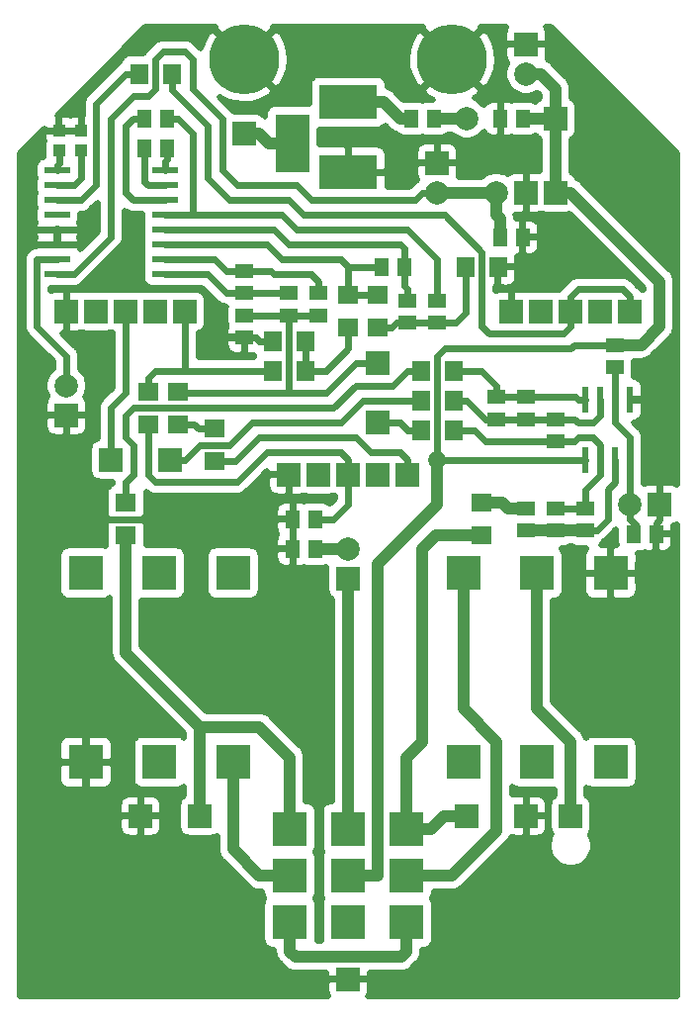
<source format=gbr>
G04 #@! TF.GenerationSoftware,KiCad,Pcbnew,5.1.6-c6e7f7d~87~ubuntu19.10.1*
G04 #@! TF.CreationDate,2021-07-29T07:02:15+06:00*
G04 #@! TF.ProjectId,deep_blue_delay_r3b,64656570-5f62-46c7-9565-5f64656c6179,3B*
G04 #@! TF.SameCoordinates,Original*
G04 #@! TF.FileFunction,Copper,L2,Bot*
G04 #@! TF.FilePolarity,Positive*
%FSLAX46Y46*%
G04 Gerber Fmt 4.6, Leading zero omitted, Abs format (unit mm)*
G04 Created by KiCad (PCBNEW 5.1.6-c6e7f7d~87~ubuntu19.10.1) date 2021-07-29 07:02:15*
%MOMM*%
%LPD*%
G01*
G04 APERTURE LIST*
G04 #@! TA.AperFunction,SMDPad,CuDef*
%ADD10R,1.800000X1.600000*%
G04 #@! TD*
G04 #@! TA.AperFunction,SMDPad,CuDef*
%ADD11R,1.300000X1.500000*%
G04 #@! TD*
G04 #@! TA.AperFunction,SMDPad,CuDef*
%ADD12R,1.500000X1.300000*%
G04 #@! TD*
G04 #@! TA.AperFunction,SMDPad,CuDef*
%ADD13R,1.000000X1.100000*%
G04 #@! TD*
G04 #@! TA.AperFunction,ComponentPad*
%ADD14R,2.000000X2.000000*%
G04 #@! TD*
G04 #@! TA.AperFunction,SMDPad,CuDef*
%ADD15R,1.600000X1.800000*%
G04 #@! TD*
G04 #@! TA.AperFunction,ComponentPad*
%ADD16C,2.000000*%
G04 #@! TD*
G04 #@! TA.AperFunction,SMDPad,CuDef*
%ADD17R,2.200000X0.600000*%
G04 #@! TD*
G04 #@! TA.AperFunction,SMDPad,CuDef*
%ADD18R,0.600000X2.200000*%
G04 #@! TD*
G04 #@! TA.AperFunction,ComponentPad*
%ADD19R,3.000000X3.000000*%
G04 #@! TD*
G04 #@! TA.AperFunction,ComponentPad*
%ADD20R,5.000000X3.000000*%
G04 #@! TD*
G04 #@! TA.AperFunction,ComponentPad*
%ADD21R,3.000000X5.000000*%
G04 #@! TD*
G04 #@! TA.AperFunction,ComponentPad*
%ADD22C,6.000000*%
G04 #@! TD*
G04 #@! TA.AperFunction,Conductor*
%ADD23C,0.600000*%
G04 #@! TD*
G04 #@! TA.AperFunction,Conductor*
%ADD24C,1.000000*%
G04 #@! TD*
G04 #@! TA.AperFunction,Conductor*
%ADD25C,1.500000*%
G04 #@! TD*
G04 #@! TA.AperFunction,Conductor*
%ADD26C,0.500000*%
G04 #@! TD*
G04 APERTURE END LIST*
D10*
X107950000Y-120780000D03*
X107950000Y-117980000D03*
D11*
X129860000Y-138430000D03*
X131760000Y-138430000D03*
D12*
X128270000Y-122240000D03*
X128270000Y-124140000D03*
D11*
X102550000Y-139700000D03*
X100650000Y-139700000D03*
D12*
X120650000Y-138110000D03*
X120650000Y-136210000D03*
D11*
X87950000Y-105410000D03*
X89850000Y-105410000D03*
D13*
X80645000Y-105625000D03*
X80645000Y-103925000D03*
X82550000Y-105625000D03*
X82550000Y-103925000D03*
D10*
X105410000Y-117980000D03*
X105410000Y-120780000D03*
D11*
X112710000Y-102870000D03*
X110810000Y-102870000D03*
X120330000Y-102870000D03*
X118430000Y-102870000D03*
D10*
X116840000Y-135760000D03*
X116840000Y-138560000D03*
X93980000Y-132210000D03*
X93980000Y-129410000D03*
D14*
X85090000Y-132080000D03*
X90170000Y-132080000D03*
D15*
X114430000Y-124460000D03*
X111630000Y-124460000D03*
X101730000Y-121920000D03*
X98930000Y-121920000D03*
D14*
X107950000Y-128905000D03*
X107950000Y-123825000D03*
D15*
X111630000Y-129540000D03*
X114430000Y-129540000D03*
X98930000Y-124460000D03*
X101730000Y-124460000D03*
X118240000Y-115570000D03*
X115440000Y-115570000D03*
D12*
X96520000Y-121600000D03*
X96520000Y-119700000D03*
X123190000Y-128590000D03*
X123190000Y-130490000D03*
X120650000Y-126685000D03*
X120650000Y-128585000D03*
X123190000Y-136210000D03*
X123190000Y-138110000D03*
X118110000Y-128585000D03*
X118110000Y-126685000D03*
X125730000Y-138110000D03*
X125730000Y-136210000D03*
D11*
X118430000Y-113030000D03*
X120330000Y-113030000D03*
D12*
X113030000Y-120330000D03*
X113030000Y-118430000D03*
X110490000Y-120330000D03*
X110490000Y-118430000D03*
X102870000Y-117795000D03*
X102870000Y-119695000D03*
X100330000Y-117795000D03*
X100330000Y-119695000D03*
D11*
X102550000Y-137160000D03*
X100650000Y-137160000D03*
D16*
X129540000Y-135890000D03*
D14*
X132080000Y-135890000D03*
D11*
X108270000Y-115570000D03*
X110170000Y-115570000D03*
D12*
X96520000Y-117790000D03*
X96520000Y-115890000D03*
D11*
X89850000Y-102870000D03*
X87950000Y-102870000D03*
D16*
X113030000Y-109220000D03*
D14*
X113030000Y-106680000D03*
D16*
X81280000Y-125730000D03*
D14*
X81280000Y-128270000D03*
X81280000Y-119380000D03*
X83820000Y-119380000D03*
X86360000Y-119380000D03*
X88900000Y-119380000D03*
X91440000Y-119380000D03*
D17*
X89690000Y-107315000D03*
X89690000Y-108585000D03*
X89690000Y-109855000D03*
X89690000Y-111125000D03*
X80490000Y-107315000D03*
X80490000Y-108585000D03*
X80490000Y-109855000D03*
X80490000Y-111125000D03*
X89690000Y-116205000D03*
X89690000Y-114935000D03*
X89690000Y-113665000D03*
X89690000Y-112395000D03*
X80490000Y-112395000D03*
X80490000Y-113665000D03*
X80490000Y-114935000D03*
X80490000Y-116205000D03*
D18*
X125730000Y-132140000D03*
X127000000Y-132140000D03*
X128270000Y-132140000D03*
X129540000Y-132140000D03*
X129540000Y-126940000D03*
X128270000Y-126940000D03*
X127000000Y-126940000D03*
X125730000Y-126940000D03*
D15*
X87500000Y-99060000D03*
X90300000Y-99060000D03*
D10*
X86360000Y-135760000D03*
X86360000Y-138560000D03*
X90805000Y-129035000D03*
X90805000Y-126235000D03*
X88265000Y-129035000D03*
X88265000Y-126235000D03*
D15*
X111630000Y-127000000D03*
X114430000Y-127000000D03*
D14*
X120650000Y-162560000D03*
X115570000Y-162560000D03*
X123190000Y-109220000D03*
X120650000Y-109220000D03*
D16*
X118110000Y-109220000D03*
D14*
X119380000Y-119380000D03*
X121920000Y-119380000D03*
X124460000Y-119380000D03*
X127000000Y-119380000D03*
X129540000Y-119380000D03*
X100330000Y-133350000D03*
X102870000Y-133350000D03*
X105410000Y-133350000D03*
X107950000Y-133350000D03*
X110490000Y-133350000D03*
D19*
X95540000Y-141760000D03*
X89240000Y-141760000D03*
X82940000Y-141760000D03*
X95540000Y-157960000D03*
X89240000Y-157960000D03*
X82940000Y-157960000D03*
X115280000Y-157960000D03*
X121580000Y-157960000D03*
X127880000Y-157960000D03*
X115280000Y-141760000D03*
X121580000Y-141760000D03*
X127880000Y-141760000D03*
D20*
X105410000Y-107480000D03*
D21*
X100610000Y-104980000D03*
D20*
X105410000Y-101480000D03*
D22*
X114300000Y-97790000D03*
X96520000Y-97790000D03*
D14*
X87630000Y-162560000D03*
X92710000Y-162560000D03*
D16*
X115570000Y-102870000D03*
D14*
X123190000Y-102870000D03*
D16*
X120650000Y-99060000D03*
D14*
X120650000Y-96520000D03*
X105410000Y-176530000D03*
X124460000Y-162560000D03*
D16*
X105410000Y-139700000D03*
D14*
X105410000Y-142240000D03*
X96520000Y-104140000D03*
D19*
X110410000Y-167640000D03*
X110410000Y-171640000D03*
X110410000Y-163640000D03*
X105410000Y-167640000D03*
X105410000Y-171640000D03*
X105410000Y-163640000D03*
X100410000Y-163640000D03*
X100410000Y-167640000D03*
X100410000Y-171640000D03*
D23*
X83820000Y-137160000D02*
X88900000Y-137160000D01*
X96520000Y-121600000D02*
X97470000Y-121600000D01*
X97790000Y-121920000D02*
X97470000Y-121600000D01*
X98930000Y-121920000D02*
X97790000Y-121920000D01*
X132080000Y-135890000D02*
X132080000Y-137160000D01*
X131760000Y-137480000D02*
X132080000Y-137160000D01*
X131760000Y-138430000D02*
X131760000Y-137480000D01*
D24*
X102550000Y-139700000D02*
X105410000Y-139700000D01*
X105410000Y-163640000D02*
X105410000Y-142240000D01*
X110410000Y-174140000D02*
X110410000Y-171640000D01*
X109925000Y-174625000D02*
X110410000Y-174140000D01*
X100895000Y-174625000D02*
X109925000Y-174625000D01*
X100410000Y-174140000D02*
X100895000Y-174625000D01*
X100410000Y-171640000D02*
X100410000Y-174140000D01*
X110410000Y-163640000D02*
X110410000Y-157560000D01*
X111760000Y-156210000D02*
X111760000Y-139700000D01*
X110410000Y-157560000D02*
X111760000Y-156210000D01*
X113570000Y-162560000D02*
X115570000Y-162560000D01*
X110410000Y-163640000D02*
X112490000Y-163640000D01*
X112490000Y-163640000D02*
X113570000Y-162560000D01*
X112900000Y-138560000D02*
X111760000Y-139700000D01*
X116840000Y-138560000D02*
X112900000Y-138560000D01*
X114300000Y-167640000D02*
X111680000Y-167640000D01*
X118110000Y-163830000D02*
X114300000Y-167640000D01*
X118110000Y-156210000D02*
X118110000Y-163830000D01*
X115280000Y-153380000D02*
X118110000Y-156210000D01*
X115280000Y-141760000D02*
X115280000Y-153380000D01*
X100410000Y-163640000D02*
X100410000Y-157560000D01*
X100410000Y-157560000D02*
X97790000Y-154940000D01*
X97790000Y-154940000D02*
X92710000Y-154940000D01*
X86360000Y-148590000D02*
X92710000Y-154940000D01*
X86360000Y-138560000D02*
X86360000Y-148590000D01*
X92710000Y-154940000D02*
X92710000Y-162560000D01*
X100410000Y-167640000D02*
X97790000Y-167640000D01*
X95540000Y-165390000D02*
X97790000Y-167640000D01*
X95540000Y-157960000D02*
X95540000Y-165390000D01*
X96520000Y-104140000D02*
X97790000Y-104140000D01*
X98630000Y-104980000D02*
X97790000Y-104140000D01*
X100610000Y-104980000D02*
X98630000Y-104980000D01*
X124460000Y-162560000D02*
X124460000Y-156210000D01*
X121580000Y-153330000D02*
X124460000Y-156210000D01*
X121580000Y-141760000D02*
X121580000Y-153330000D01*
D25*
X113030000Y-132080000D02*
X113030000Y-132080000D01*
D24*
X120330000Y-102870000D02*
X123190000Y-102870000D01*
X121920000Y-99060000D02*
X123190000Y-100330000D01*
X123190000Y-100330000D02*
X123190000Y-102870000D01*
X120650000Y-99060000D02*
X121920000Y-99060000D01*
X123190000Y-102870000D02*
X123190000Y-109220000D01*
X132080000Y-116840000D02*
X124460000Y-109220000D01*
X132080000Y-120650000D02*
X132080000Y-116840000D01*
X128270000Y-122240000D02*
X130490000Y-122240000D01*
X124460000Y-109220000D02*
X123190000Y-109220000D01*
X130490000Y-122240000D02*
X132080000Y-120650000D01*
D23*
X113030000Y-132080000D02*
X125730000Y-132080000D01*
X124775000Y-122240000D02*
X124460000Y-122555000D01*
X128270000Y-122240000D02*
X124775000Y-122240000D01*
X124460000Y-122555000D02*
X113665000Y-122555000D01*
X113665000Y-122555000D02*
X113030000Y-123190000D01*
X113030000Y-123190000D02*
X113030000Y-132080000D01*
X125730000Y-132140000D02*
X125730000Y-132080000D01*
D24*
X107950000Y-140970000D02*
X113030000Y-135890000D01*
X105410000Y-167640000D02*
X107950000Y-167640000D01*
X113030000Y-135890000D02*
X113030000Y-132080000D01*
X107950000Y-167640000D02*
X107950000Y-140970000D01*
X113030000Y-109220000D02*
X118110000Y-109220000D01*
X118430000Y-113030000D02*
X118430000Y-111445000D01*
X118430000Y-111445000D02*
X118110000Y-111125000D01*
X118110000Y-111125000D02*
X118110000Y-109220000D01*
D23*
X94615000Y-107315000D02*
X95885000Y-108585000D01*
X94615000Y-102870000D02*
X94615000Y-107315000D01*
X92075000Y-100330000D02*
X94615000Y-102870000D01*
X81915000Y-116205000D02*
X85090000Y-113030000D01*
X111760000Y-109220000D02*
X113030000Y-109220000D01*
X95885000Y-108585000D02*
X100965000Y-108585000D01*
X80490000Y-116205000D02*
X81915000Y-116205000D01*
X85090000Y-102870000D02*
X86995000Y-100965000D01*
X85090000Y-113030000D02*
X85090000Y-102870000D01*
X88265000Y-100965000D02*
X88900000Y-100330000D01*
X100965000Y-108585000D02*
X102235000Y-109855000D01*
X86995000Y-100965000D02*
X88265000Y-100965000D01*
X88900000Y-100330000D02*
X88900000Y-97790000D01*
X102235000Y-109855000D02*
X111125000Y-109855000D01*
X88900000Y-97790000D02*
X89535000Y-97155000D01*
X111125000Y-109855000D02*
X111760000Y-109220000D01*
X89535000Y-97155000D02*
X91440000Y-97155000D01*
X91440000Y-97155000D02*
X92075000Y-97790000D01*
X92075000Y-97790000D02*
X92075000Y-100330000D01*
X80490000Y-108585000D02*
X81915000Y-108585000D01*
X81915000Y-108585000D02*
X82550000Y-107950000D01*
X82550000Y-105625000D02*
X82550000Y-107950000D01*
X87950000Y-105410000D02*
X87950000Y-108270000D01*
X87950000Y-108270000D02*
X88265000Y-108585000D01*
X89690000Y-108585000D02*
X88265000Y-108585000D01*
D24*
X116840000Y-135760000D02*
X118615000Y-135760000D01*
X119065000Y-136210000D02*
X118615000Y-135760000D01*
X120650000Y-136210000D02*
X119065000Y-136210000D01*
D23*
X96520000Y-117790000D02*
X100330000Y-117790000D01*
X96520000Y-117790000D02*
X94930000Y-117790000D01*
X94930000Y-117790000D02*
X93345000Y-116205000D01*
X89690000Y-116205000D02*
X93345000Y-116205000D01*
X102870000Y-117795000D02*
X102870000Y-116840000D01*
X102870000Y-116840000D02*
X102235000Y-116205000D01*
X102235000Y-116205000D02*
X99060000Y-116205000D01*
X94935000Y-115890000D02*
X93980000Y-114935000D01*
X96520000Y-115890000D02*
X94935000Y-115890000D01*
X98745000Y-115890000D02*
X99060000Y-116205000D01*
X96520000Y-115890000D02*
X98745000Y-115890000D01*
X89690000Y-114935000D02*
X93980000Y-114935000D01*
X108270000Y-115570000D02*
X105410000Y-115570000D01*
X105410000Y-117980000D02*
X105410000Y-115570000D01*
X105410000Y-115570000D02*
X104775000Y-114935000D01*
X99695000Y-114935000D02*
X104775000Y-114935000D01*
X98425000Y-113665000D02*
X99695000Y-114935000D01*
X89690000Y-113665000D02*
X98425000Y-113665000D01*
X105410000Y-117980000D02*
X107950000Y-117980000D01*
X110490000Y-118430000D02*
X110490000Y-117475000D01*
X110170000Y-117155000D02*
X110490000Y-117475000D01*
X110170000Y-115570000D02*
X110170000Y-117155000D01*
X110170000Y-115570000D02*
X110170000Y-113980000D01*
X110170000Y-113980000D02*
X109855000Y-113665000D01*
X100330000Y-113665000D02*
X109855000Y-113665000D01*
X99060000Y-112395000D02*
X100330000Y-113665000D01*
X89690000Y-112395000D02*
X99060000Y-112395000D01*
X89690000Y-111125000D02*
X92075000Y-111125000D01*
X99695000Y-111125000D02*
X92075000Y-111125000D01*
X100965000Y-112395000D02*
X99695000Y-111125000D01*
X110490000Y-112395000D02*
X100965000Y-112395000D01*
X113030000Y-118430000D02*
X113030000Y-114935000D01*
X113030000Y-114935000D02*
X110490000Y-112395000D01*
X92075000Y-104140000D02*
X92075000Y-111125000D01*
X89850000Y-102870000D02*
X90805000Y-102870000D01*
X90805000Y-102870000D02*
X92075000Y-104140000D01*
X86360000Y-103505000D02*
X86995000Y-102870000D01*
X87950000Y-102870000D02*
X86995000Y-102870000D01*
X86360000Y-103505000D02*
X86360000Y-109220000D01*
X86360000Y-109220000D02*
X86995000Y-109855000D01*
X86995000Y-109855000D02*
X89690000Y-109855000D01*
X89850000Y-106365000D02*
X89690000Y-106525000D01*
X89850000Y-105410000D02*
X89850000Y-106365000D01*
X89690000Y-107315000D02*
X89690000Y-106525000D01*
D24*
X120650000Y-138110000D02*
X123190000Y-138110000D01*
X123190000Y-138110000D02*
X125730000Y-138110000D01*
D23*
X128270000Y-132140000D02*
X128270000Y-133985000D01*
X128270000Y-133985000D02*
X127635000Y-134620000D01*
X125730000Y-138110000D02*
X126685000Y-138110000D01*
X126685000Y-138110000D02*
X127635000Y-137160000D01*
X127635000Y-134620000D02*
X127635000Y-137160000D01*
X110490000Y-120330000D02*
X113030000Y-120330000D01*
X113030000Y-120330000D02*
X114620000Y-120330000D01*
X115440000Y-119510000D02*
X114620000Y-120330000D01*
X115440000Y-115570000D02*
X115440000Y-119510000D01*
X107950000Y-120780000D02*
X109090000Y-120780000D01*
X109540000Y-120330000D02*
X109090000Y-120780000D01*
X110490000Y-120330000D02*
X109540000Y-120330000D01*
X91440000Y-132080000D02*
X90170000Y-132080000D01*
X95250000Y-130810000D02*
X92710000Y-130810000D01*
X92710000Y-130810000D02*
X91440000Y-132080000D01*
X97155000Y-128905000D02*
X95250000Y-130810000D01*
X104775000Y-128905000D02*
X97155000Y-128905000D01*
X106680000Y-127000000D02*
X104775000Y-128905000D01*
X111630000Y-127000000D02*
X106680000Y-127000000D01*
X90805000Y-129035000D02*
X92205000Y-129035000D01*
X92580000Y-129410000D02*
X92205000Y-129035000D01*
X93980000Y-129410000D02*
X92580000Y-129410000D01*
X110490000Y-132080000D02*
X110490000Y-133350000D01*
X109855000Y-131445000D02*
X110490000Y-132080000D01*
X95755000Y-132210000D02*
X97790000Y-130175000D01*
X93980000Y-132210000D02*
X95755000Y-132210000D01*
X97790000Y-130175000D02*
X106045000Y-130175000D01*
X107315000Y-131445000D02*
X109855000Y-131445000D01*
X106045000Y-130175000D02*
X107315000Y-131445000D01*
X127000000Y-126940000D02*
X127000000Y-128270000D01*
X127000000Y-128270000D02*
X126365000Y-128905000D01*
X123190000Y-128590000D02*
X124780000Y-128590000D01*
X125095000Y-128905000D02*
X126365000Y-128905000D01*
X124780000Y-128590000D02*
X125095000Y-128905000D01*
X118110000Y-128585000D02*
X120650000Y-128585000D01*
X120650000Y-128585000D02*
X123190000Y-128585000D01*
X118110000Y-128585000D02*
X117155000Y-128585000D01*
X117155000Y-128585000D02*
X115570000Y-127000000D01*
X114430000Y-127000000D02*
X115570000Y-127000000D01*
X106045000Y-125730000D02*
X109220000Y-125730000D01*
X104140000Y-127635000D02*
X106045000Y-125730000D01*
X86995000Y-127635000D02*
X104140000Y-127635000D01*
X86360000Y-128270000D02*
X86995000Y-127635000D01*
X86360000Y-133985000D02*
X86995000Y-133350000D01*
X86360000Y-130175000D02*
X86360000Y-128270000D01*
X86360000Y-135760000D02*
X86360000Y-133985000D01*
X86995000Y-133350000D02*
X86995000Y-130810000D01*
X86995000Y-130810000D02*
X86360000Y-130175000D01*
X110490000Y-124460000D02*
X109220000Y-125730000D01*
X111630000Y-124460000D02*
X110490000Y-124460000D01*
X86360000Y-99060000D02*
X83820000Y-101600000D01*
X83820000Y-108585000D02*
X83820000Y-101600000D01*
X80490000Y-109855000D02*
X82550000Y-109855000D01*
X82550000Y-109855000D02*
X83820000Y-108585000D01*
X87500000Y-99060000D02*
X86360000Y-99060000D01*
X129990000Y-138430000D02*
X129990000Y-137610000D01*
X129990000Y-137610000D02*
X129540000Y-137160000D01*
X129540000Y-137160000D02*
X129540000Y-135890000D01*
X129540000Y-132140000D02*
X129540000Y-135890000D01*
X128270000Y-126940000D02*
X128270000Y-128905000D01*
X128270000Y-128905000D02*
X129540000Y-130175000D01*
X129540000Y-132140000D02*
X129540000Y-130175000D01*
X128270000Y-124140000D02*
X128270000Y-126940000D01*
X81280000Y-123190000D02*
X81280000Y-125730000D01*
X78740000Y-120650000D02*
X81280000Y-123190000D01*
X80490000Y-114935000D02*
X78740000Y-114935000D01*
X78740000Y-114935000D02*
X78740000Y-120650000D01*
X80645000Y-105625000D02*
X80645000Y-106680000D01*
X80490000Y-106835000D02*
X80645000Y-106680000D01*
X80490000Y-107315000D02*
X80490000Y-106835000D01*
X123190000Y-136210000D02*
X125730000Y-136210000D01*
X127000000Y-132140000D02*
X127000000Y-133350000D01*
X127000000Y-133350000D02*
X125730000Y-134620000D01*
X125730000Y-136210000D02*
X125730000Y-134620000D01*
X127000000Y-132140000D02*
X127000000Y-130810000D01*
X127000000Y-130810000D02*
X126365000Y-130175000D01*
X123190000Y-130490000D02*
X124780000Y-130490000D01*
X124780000Y-130490000D02*
X125095000Y-130175000D01*
X125095000Y-130175000D02*
X126365000Y-130175000D01*
X114430000Y-129540000D02*
X116205000Y-129540000D01*
X117155000Y-130490000D02*
X116205000Y-129540000D01*
X123190000Y-130490000D02*
X117155000Y-130490000D01*
X111630000Y-129540000D02*
X110490000Y-129540000D01*
X110490000Y-129540000D02*
X109855000Y-128905000D01*
X107950000Y-128905000D02*
X109855000Y-128905000D01*
X106045000Y-123825000D02*
X107950000Y-123825000D01*
X103505000Y-126365000D02*
X106045000Y-123825000D01*
X100330000Y-119695000D02*
X100330000Y-126365000D01*
X100330000Y-126365000D02*
X103505000Y-126365000D01*
X100330000Y-119695000D02*
X102870000Y-119695000D01*
X96520000Y-119700000D02*
X100330000Y-119700000D01*
X100330000Y-126365000D02*
X90805000Y-126365000D01*
X90805000Y-126235000D02*
X90805000Y-126365000D01*
X118110000Y-126685000D02*
X120650000Y-126685000D01*
X125730000Y-126940000D02*
X125095000Y-126940000D01*
X124840000Y-126685000D02*
X120650000Y-126685000D01*
X125095000Y-126940000D02*
X124840000Y-126685000D01*
X116840000Y-124460000D02*
X118110000Y-125730000D01*
X118110000Y-126685000D02*
X118110000Y-125730000D01*
X114430000Y-124460000D02*
X116840000Y-124460000D01*
X98425000Y-131445000D02*
X95885000Y-133985000D01*
X105410000Y-132080000D02*
X104775000Y-131445000D01*
X104775000Y-131445000D02*
X98425000Y-131445000D01*
X95885000Y-133985000D02*
X88900000Y-133985000D01*
X88265000Y-133350000D02*
X88900000Y-133985000D01*
X88265000Y-133350000D02*
X88265000Y-129035000D01*
X105410000Y-132080000D02*
X105410000Y-133350000D01*
X102550000Y-137160000D02*
X104140000Y-137160000D01*
X105410000Y-135890000D02*
X104140000Y-137160000D01*
X105410000Y-133350000D02*
X105410000Y-135890000D01*
D24*
X112710000Y-102870000D02*
X115570000Y-102870000D01*
X110810000Y-102870000D02*
X109855000Y-102870000D01*
X108465000Y-101480000D02*
X109855000Y-102870000D01*
X105410000Y-101480000D02*
X108465000Y-101480000D01*
D23*
X129540000Y-118110000D02*
X129540000Y-119380000D01*
X125095000Y-117475000D02*
X128905000Y-117475000D01*
X128905000Y-117475000D02*
X129540000Y-118110000D01*
X124460000Y-119380000D02*
X124460000Y-118110000D01*
X124460000Y-118110000D02*
X125095000Y-117475000D01*
X123825000Y-121285000D02*
X124460000Y-120650000D01*
X93345000Y-107950000D02*
X95250000Y-109855000D01*
X93345000Y-103505000D02*
X93345000Y-107950000D01*
X90300000Y-99060000D02*
X90300000Y-100460000D01*
X116840000Y-114300000D02*
X116840000Y-120650000D01*
X116840000Y-120650000D02*
X117475000Y-121285000D01*
X95250000Y-109855000D02*
X100330000Y-109855000D01*
X90300000Y-100460000D02*
X93345000Y-103505000D01*
X100330000Y-109855000D02*
X101600000Y-111125000D01*
X124460000Y-120650000D02*
X124460000Y-119380000D01*
X101600000Y-111125000D02*
X113665000Y-111125000D01*
X113665000Y-111125000D02*
X116840000Y-114300000D01*
X117475000Y-121285000D02*
X123825000Y-121285000D01*
X85090000Y-127635000D02*
X86360000Y-126365000D01*
X85090000Y-132080000D02*
X85090000Y-127635000D01*
X86360000Y-126365000D02*
X86360000Y-119380000D01*
X103505000Y-124460000D02*
X105410000Y-122555000D01*
X105410000Y-120780000D02*
X105410000Y-122555000D01*
X101730000Y-124460000D02*
X103505000Y-124460000D01*
X101730000Y-121920000D02*
X101730000Y-124460000D01*
X88265000Y-125095000D02*
X88900000Y-124460000D01*
X88265000Y-126235000D02*
X88265000Y-125095000D01*
X91440000Y-119380000D02*
X91440000Y-124460000D01*
X98930000Y-124460000D02*
X91440000Y-124460000D01*
X91440000Y-124460000D02*
X88900000Y-124460000D01*
D26*
G36*
X93970324Y-95169613D02*
G01*
X96520000Y-97719289D01*
X99069676Y-95169613D01*
X98987651Y-95030000D01*
X111832349Y-95030000D01*
X111750324Y-95169613D01*
X114300000Y-97719289D01*
X116849676Y-95169613D01*
X116767651Y-95030000D01*
X118952535Y-95030000D01*
X118939831Y-95045480D01*
X118860902Y-95193145D01*
X118812299Y-95353371D01*
X118795887Y-95520000D01*
X118800000Y-96257500D01*
X119012500Y-96470000D01*
X120600000Y-96470000D01*
X120600000Y-96450000D01*
X120700000Y-96450000D01*
X120700000Y-96470000D01*
X122287500Y-96470000D01*
X122500000Y-96257500D01*
X122504113Y-95520000D01*
X122487701Y-95353371D01*
X122439098Y-95193145D01*
X122360169Y-95045480D01*
X122347465Y-95030000D01*
X122755077Y-95030000D01*
X133570000Y-105844924D01*
X133570000Y-134192535D01*
X133554520Y-134179831D01*
X133406855Y-134100902D01*
X133246629Y-134052299D01*
X133080000Y-134035887D01*
X132342500Y-134040000D01*
X132130000Y-134252500D01*
X132130000Y-135840000D01*
X132150000Y-135840000D01*
X132150000Y-135940000D01*
X132130000Y-135940000D01*
X132130000Y-135960000D01*
X132030000Y-135960000D01*
X132030000Y-135940000D01*
X132010000Y-135940000D01*
X132010000Y-135840000D01*
X132030000Y-135840000D01*
X132030000Y-134252500D01*
X131817500Y-134040000D01*
X131080000Y-134035887D01*
X130913371Y-134052299D01*
X130753145Y-134100902D01*
X130690000Y-134134654D01*
X130690000Y-133281749D01*
X130694112Y-133240000D01*
X130694112Y-131040000D01*
X130690000Y-130998251D01*
X130690000Y-130231481D01*
X130695563Y-130174999D01*
X130690000Y-130118517D01*
X130690000Y-130118508D01*
X130673360Y-129949561D01*
X130607602Y-129732785D01*
X130500816Y-129533003D01*
X130412643Y-129425564D01*
X130393118Y-129401772D01*
X130393115Y-129401769D01*
X130357107Y-129357893D01*
X130313230Y-129321884D01*
X129881382Y-128890037D01*
X130006629Y-128877701D01*
X130166855Y-128829098D01*
X130314520Y-128750169D01*
X130443949Y-128643949D01*
X130550169Y-128514520D01*
X130629098Y-128366855D01*
X130677701Y-128206629D01*
X130694113Y-128040000D01*
X130690000Y-127202500D01*
X130477500Y-126990000D01*
X129590000Y-126990000D01*
X129590000Y-127010000D01*
X129490000Y-127010000D01*
X129490000Y-126990000D01*
X129470000Y-126990000D01*
X129470000Y-126890000D01*
X129490000Y-126890000D01*
X129490000Y-126870000D01*
X129590000Y-126870000D01*
X129590000Y-126890000D01*
X130477500Y-126890000D01*
X130690000Y-126677500D01*
X130694113Y-125840000D01*
X130677701Y-125673371D01*
X130629098Y-125513145D01*
X130550169Y-125365480D01*
X130443949Y-125236051D01*
X130314520Y-125129831D01*
X130166855Y-125050902D01*
X130006629Y-125002299D01*
X129848569Y-124986731D01*
X129857700Y-124956629D01*
X129874112Y-124790000D01*
X129874112Y-123590000D01*
X130423681Y-123590000D01*
X130490000Y-123596532D01*
X130556319Y-123590000D01*
X130556321Y-123590000D01*
X130754646Y-123570467D01*
X131009122Y-123493272D01*
X131243649Y-123367915D01*
X131449213Y-123199213D01*
X131491491Y-123147697D01*
X132987701Y-121651487D01*
X133039212Y-121609213D01*
X133087808Y-121550000D01*
X133207915Y-121403649D01*
X133333272Y-121169123D01*
X133357223Y-121090168D01*
X133410467Y-120914646D01*
X133430000Y-120716321D01*
X133430000Y-120716319D01*
X133436532Y-120650000D01*
X133430000Y-120583681D01*
X133430000Y-116906310D01*
X133436531Y-116839999D01*
X133430000Y-116773688D01*
X133430000Y-116773679D01*
X133410467Y-116575354D01*
X133333272Y-116320878D01*
X133207915Y-116086351D01*
X133039213Y-115880787D01*
X132987697Y-115838509D01*
X125461491Y-108312303D01*
X125419213Y-108260787D01*
X125213649Y-108092085D01*
X125005732Y-107980951D01*
X124979097Y-107893145D01*
X124900168Y-107745481D01*
X124793948Y-107616052D01*
X124664519Y-107509832D01*
X124540000Y-107443274D01*
X124540000Y-104646726D01*
X124664519Y-104580168D01*
X124793948Y-104473948D01*
X124900168Y-104344519D01*
X124979097Y-104196855D01*
X125027700Y-104036629D01*
X125044112Y-103870000D01*
X125044112Y-101870000D01*
X125027700Y-101703371D01*
X124979097Y-101543145D01*
X124900168Y-101395481D01*
X124793948Y-101266052D01*
X124664519Y-101159832D01*
X124540000Y-101093274D01*
X124540000Y-100396310D01*
X124546531Y-100329999D01*
X124540000Y-100263688D01*
X124540000Y-100263679D01*
X124520467Y-100065354D01*
X124443272Y-99810878D01*
X124358962Y-99653145D01*
X124317915Y-99576350D01*
X124191490Y-99422301D01*
X124191483Y-99422294D01*
X124149212Y-99370787D01*
X124097706Y-99328517D01*
X122921491Y-98152303D01*
X122879213Y-98100787D01*
X122673649Y-97932085D01*
X122449575Y-97812315D01*
X122487701Y-97686629D01*
X122504113Y-97520000D01*
X122500000Y-96782500D01*
X122287500Y-96570000D01*
X120700000Y-96570000D01*
X120700000Y-96590000D01*
X120600000Y-96590000D01*
X120600000Y-96570000D01*
X119012500Y-96570000D01*
X118800000Y-96782500D01*
X118795887Y-97520000D01*
X118812299Y-97686629D01*
X118860902Y-97846855D01*
X118939831Y-97994520D01*
X119046051Y-98123949D01*
X119048908Y-98126293D01*
X119010552Y-98183697D01*
X118871095Y-98520375D01*
X118800000Y-98877791D01*
X118800000Y-99242209D01*
X118871095Y-99599625D01*
X119010552Y-99936303D01*
X119213011Y-100239306D01*
X119470694Y-100496989D01*
X119773697Y-100699448D01*
X120110375Y-100838905D01*
X120467791Y-100910000D01*
X120832209Y-100910000D01*
X121189625Y-100838905D01*
X121526303Y-100699448D01*
X121600610Y-100649798D01*
X121840000Y-100889189D01*
X121840000Y-101093274D01*
X121715481Y-101159832D01*
X121586052Y-101266052D01*
X121479832Y-101395481D01*
X121466782Y-101419896D01*
X121454519Y-101409832D01*
X121306855Y-101330903D01*
X121146629Y-101282300D01*
X120980000Y-101265888D01*
X119680000Y-101265888D01*
X119513371Y-101282300D01*
X119380002Y-101322756D01*
X119246629Y-101282299D01*
X119080000Y-101265887D01*
X118692500Y-101270000D01*
X118480000Y-101482500D01*
X118480000Y-102820000D01*
X118500000Y-102820000D01*
X118500000Y-102920000D01*
X118480000Y-102920000D01*
X118480000Y-104257500D01*
X118692500Y-104470000D01*
X119080000Y-104474113D01*
X119246629Y-104457701D01*
X119380002Y-104417244D01*
X119513371Y-104457700D01*
X119680000Y-104474112D01*
X120980000Y-104474112D01*
X121146629Y-104457700D01*
X121306855Y-104409097D01*
X121454519Y-104330168D01*
X121466782Y-104320104D01*
X121479832Y-104344519D01*
X121586052Y-104473948D01*
X121715481Y-104580168D01*
X121840000Y-104646726D01*
X121840001Y-107389389D01*
X121816629Y-107382299D01*
X121650000Y-107365887D01*
X120912500Y-107370000D01*
X120700000Y-107582500D01*
X120700000Y-109170000D01*
X120720000Y-109170000D01*
X120720000Y-109270000D01*
X120700000Y-109270000D01*
X120700000Y-110857500D01*
X120912500Y-111070000D01*
X121650000Y-111074113D01*
X121816629Y-111057701D01*
X121920002Y-111026344D01*
X122023371Y-111057700D01*
X122190000Y-111074112D01*
X124190000Y-111074112D01*
X124356629Y-111057700D01*
X124381092Y-111050280D01*
X130730001Y-117399189D01*
X130730001Y-117549390D01*
X130706629Y-117542300D01*
X130540000Y-117525888D01*
X130531756Y-117525888D01*
X130508296Y-117481997D01*
X130500816Y-117468003D01*
X130357107Y-117292893D01*
X130313221Y-117256877D01*
X129758125Y-116701781D01*
X129722107Y-116657893D01*
X129546997Y-116514184D01*
X129347215Y-116407398D01*
X129130439Y-116341640D01*
X128961492Y-116325000D01*
X128961482Y-116325000D01*
X128905000Y-116319437D01*
X128848518Y-116325000D01*
X125151492Y-116325000D01*
X125095000Y-116319436D01*
X124869561Y-116341640D01*
X124652784Y-116407398D01*
X124552894Y-116460791D01*
X124453003Y-116514184D01*
X124277893Y-116657893D01*
X124241875Y-116701781D01*
X123686776Y-117256880D01*
X123642894Y-117292893D01*
X123499185Y-117468003D01*
X123468244Y-117525888D01*
X123460000Y-117525888D01*
X123293371Y-117542300D01*
X123190000Y-117573657D01*
X123086629Y-117542300D01*
X122920000Y-117525888D01*
X120920000Y-117525888D01*
X120753371Y-117542300D01*
X120650002Y-117573656D01*
X120546629Y-117542299D01*
X120380000Y-117525887D01*
X119642500Y-117530000D01*
X119430000Y-117742500D01*
X119430000Y-119330000D01*
X119450000Y-119330000D01*
X119450000Y-119430000D01*
X119430000Y-119430000D01*
X119430000Y-119450000D01*
X119330000Y-119450000D01*
X119330000Y-119430000D01*
X119310000Y-119430000D01*
X119310000Y-119330000D01*
X119330000Y-119330000D01*
X119330000Y-117742500D01*
X119117500Y-117530000D01*
X118380000Y-117525887D01*
X118213371Y-117542299D01*
X118053145Y-117590902D01*
X117990000Y-117624654D01*
X117990000Y-117307500D01*
X118190000Y-117107500D01*
X118190000Y-115620000D01*
X118290000Y-115620000D01*
X118290000Y-117107500D01*
X118502500Y-117320000D01*
X119040000Y-117324113D01*
X119206629Y-117307701D01*
X119366855Y-117259098D01*
X119514520Y-117180169D01*
X119643949Y-117073949D01*
X119750169Y-116944520D01*
X119829098Y-116796855D01*
X119877701Y-116636629D01*
X119894113Y-116470000D01*
X119890000Y-115832500D01*
X119677500Y-115620000D01*
X118290000Y-115620000D01*
X118190000Y-115620000D01*
X118170000Y-115620000D01*
X118170000Y-115520000D01*
X118190000Y-115520000D01*
X118190000Y-115500000D01*
X118290000Y-115500000D01*
X118290000Y-115520000D01*
X119677500Y-115520000D01*
X119890000Y-115307500D01*
X119894113Y-114670000D01*
X119890358Y-114631880D01*
X120067500Y-114630000D01*
X120280000Y-114417500D01*
X120280000Y-113080000D01*
X120380000Y-113080000D01*
X120380000Y-114417500D01*
X120592500Y-114630000D01*
X120980000Y-114634113D01*
X121146629Y-114617701D01*
X121306855Y-114569098D01*
X121454520Y-114490169D01*
X121583949Y-114383949D01*
X121690169Y-114254520D01*
X121769098Y-114106855D01*
X121817701Y-113946629D01*
X121834113Y-113780000D01*
X121830000Y-113292500D01*
X121617500Y-113080000D01*
X120380000Y-113080000D01*
X120280000Y-113080000D01*
X120260000Y-113080000D01*
X120260000Y-112980000D01*
X120280000Y-112980000D01*
X120280000Y-111642500D01*
X120380000Y-111642500D01*
X120380000Y-112980000D01*
X121617500Y-112980000D01*
X121830000Y-112767500D01*
X121834113Y-112280000D01*
X121817701Y-112113371D01*
X121769098Y-111953145D01*
X121690169Y-111805480D01*
X121583949Y-111676051D01*
X121454520Y-111569831D01*
X121306855Y-111490902D01*
X121146629Y-111442299D01*
X120980000Y-111425887D01*
X120592500Y-111430000D01*
X120380000Y-111642500D01*
X120280000Y-111642500D01*
X120067500Y-111430000D01*
X119784758Y-111426999D01*
X119780000Y-111378688D01*
X119780000Y-111378679D01*
X119760467Y-111180354D01*
X119728107Y-111073677D01*
X120387500Y-111070000D01*
X120600000Y-110857500D01*
X120600000Y-109270000D01*
X120580000Y-109270000D01*
X120580000Y-109170000D01*
X120600000Y-109170000D01*
X120600000Y-107582500D01*
X120387500Y-107370000D01*
X119650000Y-107365887D01*
X119483371Y-107382299D01*
X119323145Y-107430902D01*
X119175480Y-107509831D01*
X119046051Y-107616051D01*
X119043707Y-107618908D01*
X118986303Y-107580552D01*
X118649625Y-107441095D01*
X118292209Y-107370000D01*
X117927791Y-107370000D01*
X117570375Y-107441095D01*
X117233697Y-107580552D01*
X116930694Y-107783011D01*
X116843705Y-107870000D01*
X114860612Y-107870000D01*
X114867701Y-107846629D01*
X114884113Y-107680000D01*
X114880000Y-106942500D01*
X114667500Y-106730000D01*
X113080000Y-106730000D01*
X113080000Y-106750000D01*
X112980000Y-106750000D01*
X112980000Y-106730000D01*
X111392500Y-106730000D01*
X111180000Y-106942500D01*
X111175887Y-107680000D01*
X111192299Y-107846629D01*
X111240902Y-108006855D01*
X111318569Y-108152160D01*
X111317784Y-108152398D01*
X111295742Y-108164180D01*
X111118003Y-108259184D01*
X110942893Y-108402893D01*
X110906875Y-108446781D01*
X110648656Y-108705000D01*
X108763199Y-108705000D01*
X108760000Y-107742500D01*
X108547500Y-107530000D01*
X105460000Y-107530000D01*
X105460000Y-107550000D01*
X105360000Y-107550000D01*
X105360000Y-107530000D01*
X105340000Y-107530000D01*
X105340000Y-107430000D01*
X105360000Y-107430000D01*
X105360000Y-105342500D01*
X105460000Y-105342500D01*
X105460000Y-107430000D01*
X108547500Y-107430000D01*
X108760000Y-107217500D01*
X108764113Y-105980000D01*
X108747701Y-105813371D01*
X108707245Y-105680000D01*
X111175887Y-105680000D01*
X111180000Y-106417500D01*
X111392500Y-106630000D01*
X112980000Y-106630000D01*
X112980000Y-105042500D01*
X113080000Y-105042500D01*
X113080000Y-106630000D01*
X114667500Y-106630000D01*
X114880000Y-106417500D01*
X114884113Y-105680000D01*
X114867701Y-105513371D01*
X114819098Y-105353145D01*
X114740169Y-105205480D01*
X114633949Y-105076051D01*
X114504520Y-104969831D01*
X114356855Y-104890902D01*
X114196629Y-104842299D01*
X114030000Y-104825887D01*
X113292500Y-104830000D01*
X113080000Y-105042500D01*
X112980000Y-105042500D01*
X112767500Y-104830000D01*
X112030000Y-104825887D01*
X111863371Y-104842299D01*
X111703145Y-104890902D01*
X111555480Y-104969831D01*
X111426051Y-105076051D01*
X111319831Y-105205480D01*
X111240902Y-105353145D01*
X111192299Y-105513371D01*
X111175887Y-105680000D01*
X108707245Y-105680000D01*
X108699098Y-105653145D01*
X108620169Y-105505480D01*
X108513949Y-105376051D01*
X108384520Y-105269831D01*
X108236855Y-105190902D01*
X108076629Y-105142299D01*
X107910000Y-105125887D01*
X105672500Y-105130000D01*
X105460000Y-105342500D01*
X105360000Y-105342500D01*
X105147500Y-105130000D01*
X102964112Y-105125986D01*
X102964112Y-103834112D01*
X107910000Y-103834112D01*
X108076629Y-103817700D01*
X108236855Y-103769097D01*
X108384519Y-103690168D01*
X108513948Y-103583948D01*
X108579673Y-103503862D01*
X108853513Y-103777702D01*
X108895787Y-103829213D01*
X108947298Y-103871487D01*
X108947301Y-103871490D01*
X109101350Y-103997915D01*
X109173780Y-104036629D01*
X109335878Y-104123272D01*
X109519024Y-104178829D01*
X109556052Y-104223948D01*
X109685481Y-104330168D01*
X109833145Y-104409097D01*
X109993371Y-104457700D01*
X110160000Y-104474112D01*
X111460000Y-104474112D01*
X111626629Y-104457700D01*
X111760000Y-104417243D01*
X111893371Y-104457700D01*
X112060000Y-104474112D01*
X113360000Y-104474112D01*
X113526629Y-104457700D01*
X113686855Y-104409097D01*
X113834519Y-104330168D01*
X113963948Y-104223948D01*
X113967188Y-104220000D01*
X114303705Y-104220000D01*
X114390694Y-104306989D01*
X114693697Y-104509448D01*
X115030375Y-104648905D01*
X115387791Y-104720000D01*
X115752209Y-104720000D01*
X116109625Y-104648905D01*
X116446303Y-104509448D01*
X116749306Y-104306989D01*
X117006989Y-104049306D01*
X117028475Y-104017149D01*
X117069831Y-104094520D01*
X117176051Y-104223949D01*
X117305480Y-104330169D01*
X117453145Y-104409098D01*
X117613371Y-104457701D01*
X117780000Y-104474113D01*
X118167500Y-104470000D01*
X118380000Y-104257500D01*
X118380000Y-102920000D01*
X118360000Y-102920000D01*
X118360000Y-102820000D01*
X118380000Y-102820000D01*
X118380000Y-101482500D01*
X118167500Y-101270000D01*
X117780000Y-101265887D01*
X117613371Y-101282299D01*
X117453145Y-101330902D01*
X117305480Y-101409831D01*
X117176051Y-101516051D01*
X117069831Y-101645480D01*
X117028475Y-101722851D01*
X117006989Y-101690694D01*
X116749306Y-101433011D01*
X116446303Y-101230552D01*
X116217160Y-101135638D01*
X116363816Y-101062148D01*
X116533282Y-100948915D01*
X116849676Y-100410387D01*
X114300000Y-97860711D01*
X111750324Y-100410387D01*
X112066718Y-100948915D01*
X112623912Y-101265888D01*
X112060000Y-101265888D01*
X111893371Y-101282300D01*
X111760000Y-101322757D01*
X111626629Y-101282300D01*
X111460000Y-101265888D01*
X110160077Y-101265888D01*
X109466491Y-100572303D01*
X109424213Y-100520787D01*
X109218649Y-100352085D01*
X108984122Y-100226728D01*
X108764112Y-100159988D01*
X108764112Y-99980000D01*
X108747700Y-99813371D01*
X108699097Y-99653145D01*
X108620168Y-99505481D01*
X108513948Y-99376052D01*
X108384519Y-99269832D01*
X108236855Y-99190903D01*
X108076629Y-99142300D01*
X107910000Y-99125888D01*
X102910000Y-99125888D01*
X102743371Y-99142300D01*
X102583145Y-99190903D01*
X102435481Y-99269832D01*
X102306052Y-99376052D01*
X102199832Y-99505481D01*
X102120903Y-99653145D01*
X102072300Y-99813371D01*
X102055888Y-99980000D01*
X102055888Y-101625888D01*
X99110000Y-101625888D01*
X98943371Y-101642300D01*
X98783145Y-101690903D01*
X98635481Y-101769832D01*
X98506052Y-101876052D01*
X98399832Y-102005481D01*
X98320903Y-102153145D01*
X98272300Y-102313371D01*
X98255888Y-102480000D01*
X98255888Y-102713599D01*
X98230168Y-102665481D01*
X98123948Y-102536052D01*
X97994519Y-102429832D01*
X97846855Y-102350903D01*
X97686629Y-102302300D01*
X97520000Y-102285888D01*
X95606756Y-102285888D01*
X95575816Y-102228003D01*
X95514382Y-102153145D01*
X95468118Y-102096772D01*
X95468115Y-102096769D01*
X95432107Y-102052893D01*
X95388231Y-102016885D01*
X94364519Y-100993174D01*
X94945903Y-101323908D01*
X95665580Y-101563096D01*
X96418092Y-101657286D01*
X97174521Y-101602858D01*
X97905796Y-101401905D01*
X98583816Y-101062148D01*
X98753282Y-100948915D01*
X99069676Y-100410387D01*
X96520000Y-97860711D01*
X96505858Y-97874853D01*
X96435147Y-97804142D01*
X96449289Y-97790000D01*
X96590711Y-97790000D01*
X99140387Y-100339676D01*
X99678915Y-100023282D01*
X100053908Y-99364097D01*
X100293096Y-98644420D01*
X100387286Y-97891908D01*
X100372621Y-97688092D01*
X110432714Y-97688092D01*
X110487142Y-98444521D01*
X110688095Y-99175796D01*
X111027852Y-99853816D01*
X111141085Y-100023282D01*
X111679613Y-100339676D01*
X114229289Y-97790000D01*
X114370711Y-97790000D01*
X116920387Y-100339676D01*
X117458915Y-100023282D01*
X117833908Y-99364097D01*
X118073096Y-98644420D01*
X118167286Y-97891908D01*
X118112858Y-97135479D01*
X117911905Y-96404204D01*
X117572148Y-95726184D01*
X117458915Y-95556718D01*
X116920387Y-95240324D01*
X114370711Y-97790000D01*
X114229289Y-97790000D01*
X111679613Y-95240324D01*
X111141085Y-95556718D01*
X110766092Y-96215903D01*
X110526904Y-96935580D01*
X110432714Y-97688092D01*
X100372621Y-97688092D01*
X100332858Y-97135479D01*
X100131905Y-96404204D01*
X99792148Y-95726184D01*
X99678915Y-95556718D01*
X99140387Y-95240324D01*
X96590711Y-97790000D01*
X96449289Y-97790000D01*
X93899613Y-95240324D01*
X93361085Y-95556718D01*
X92986092Y-96215903D01*
X92771854Y-96860510D01*
X92293125Y-96381781D01*
X92257107Y-96337893D01*
X92081997Y-96194184D01*
X91882215Y-96087398D01*
X91665439Y-96021640D01*
X91496492Y-96005000D01*
X91496482Y-96005000D01*
X91440000Y-95999437D01*
X91383518Y-96005000D01*
X89591492Y-96005000D01*
X89535000Y-95999436D01*
X89309561Y-96021640D01*
X89092784Y-96087398D01*
X88992894Y-96140791D01*
X88893003Y-96194184D01*
X88717893Y-96337893D01*
X88681875Y-96381781D01*
X88126776Y-96936880D01*
X88082894Y-96972893D01*
X88046882Y-97016774D01*
X87939185Y-97148003D01*
X87854793Y-97305888D01*
X86700000Y-97305888D01*
X86533371Y-97322300D01*
X86373145Y-97370903D01*
X86225481Y-97449832D01*
X86096052Y-97556052D01*
X85989832Y-97685481D01*
X85910903Y-97833145D01*
X85862300Y-97993371D01*
X85859318Y-98023649D01*
X85718003Y-98099184D01*
X85718001Y-98099185D01*
X85718002Y-98099185D01*
X85586772Y-98206882D01*
X85586769Y-98206885D01*
X85542893Y-98242893D01*
X85506884Y-98286770D01*
X83046776Y-100746880D01*
X83002894Y-100782893D01*
X82966882Y-100826774D01*
X82859185Y-100958003D01*
X82752399Y-101157785D01*
X82686641Y-101374561D01*
X82664437Y-101600000D01*
X82670001Y-101656492D01*
X82670001Y-102667499D01*
X82600000Y-102737500D01*
X82600000Y-103875000D01*
X82620000Y-103875000D01*
X82620000Y-103975000D01*
X82600000Y-103975000D01*
X82600000Y-103995000D01*
X82500000Y-103995000D01*
X82500000Y-103975000D01*
X80695000Y-103975000D01*
X80695000Y-103995000D01*
X80595000Y-103995000D01*
X80595000Y-103975000D01*
X79507500Y-103975000D01*
X79295000Y-104187500D01*
X79290887Y-104475000D01*
X79307299Y-104641629D01*
X79347756Y-104775002D01*
X79307300Y-104908371D01*
X79290888Y-105075000D01*
X79290888Y-106170650D01*
X79223371Y-106177300D01*
X79063145Y-106225903D01*
X78915481Y-106304832D01*
X78786052Y-106411052D01*
X78679832Y-106540481D01*
X78600903Y-106688145D01*
X78552300Y-106848371D01*
X78535888Y-107015000D01*
X78535888Y-107615000D01*
X78552300Y-107781629D01*
X78600903Y-107941855D01*
X78605257Y-107950000D01*
X78600903Y-107958145D01*
X78552300Y-108118371D01*
X78535888Y-108285000D01*
X78535888Y-108885000D01*
X78552300Y-109051629D01*
X78600903Y-109211855D01*
X78605257Y-109220000D01*
X78600903Y-109228145D01*
X78552300Y-109388371D01*
X78535888Y-109555000D01*
X78535888Y-110155000D01*
X78552300Y-110321629D01*
X78600903Y-110481855D01*
X78605257Y-110490000D01*
X78600903Y-110498145D01*
X78552300Y-110658371D01*
X78535888Y-110825000D01*
X78535888Y-111425000D01*
X78552300Y-111591629D01*
X78600903Y-111751855D01*
X78605256Y-111759999D01*
X78600902Y-111768145D01*
X78552299Y-111928371D01*
X78535887Y-112095000D01*
X78540000Y-112132500D01*
X78752500Y-112345000D01*
X80440000Y-112345000D01*
X80440000Y-112325000D01*
X80540000Y-112325000D01*
X80540000Y-112345000D01*
X82227500Y-112345000D01*
X82440000Y-112132500D01*
X82444113Y-112095000D01*
X82427701Y-111928371D01*
X82379098Y-111768145D01*
X82374744Y-111759999D01*
X82379097Y-111751855D01*
X82427700Y-111591629D01*
X82444112Y-111425000D01*
X82444112Y-111005000D01*
X82493518Y-111005000D01*
X82550000Y-111010563D01*
X82606482Y-111005000D01*
X82606492Y-111005000D01*
X82775439Y-110988360D01*
X82992215Y-110922602D01*
X83191997Y-110815816D01*
X83367107Y-110672107D01*
X83403124Y-110628220D01*
X83940000Y-110091345D01*
X83940000Y-112553655D01*
X82434876Y-114058779D01*
X82444113Y-113965000D01*
X82440000Y-113927500D01*
X82227500Y-113715000D01*
X80540000Y-113715000D01*
X80540000Y-113735000D01*
X80440000Y-113735000D01*
X80440000Y-113715000D01*
X78752500Y-113715000D01*
X78682390Y-113785110D01*
X78514561Y-113801640D01*
X78297785Y-113867398D01*
X78098003Y-113974184D01*
X77922893Y-114117893D01*
X77779184Y-114293003D01*
X77672398Y-114492785D01*
X77606640Y-114709561D01*
X77584436Y-114935000D01*
X77590000Y-114991492D01*
X77590001Y-120593508D01*
X77584437Y-120650000D01*
X77590001Y-120706491D01*
X77590001Y-120706492D01*
X77606641Y-120875439D01*
X77672399Y-121092215D01*
X77779185Y-121291997D01*
X77922894Y-121467107D01*
X77966776Y-121503120D01*
X80130000Y-123666346D01*
X80130000Y-124273429D01*
X80100694Y-124293011D01*
X79843011Y-124550694D01*
X79640552Y-124853697D01*
X79501095Y-125190375D01*
X79430000Y-125547791D01*
X79430000Y-125912209D01*
X79501095Y-126269625D01*
X79640552Y-126606303D01*
X79678908Y-126663707D01*
X79676051Y-126666051D01*
X79569831Y-126795480D01*
X79490902Y-126943145D01*
X79442299Y-127103371D01*
X79425887Y-127270000D01*
X79430000Y-128007500D01*
X79642500Y-128220000D01*
X81230000Y-128220000D01*
X81230000Y-128200000D01*
X81330000Y-128200000D01*
X81330000Y-128220000D01*
X82917500Y-128220000D01*
X83130000Y-128007500D01*
X83134113Y-127270000D01*
X83117701Y-127103371D01*
X83069098Y-126943145D01*
X82990169Y-126795480D01*
X82883949Y-126666051D01*
X82881092Y-126663707D01*
X82919448Y-126606303D01*
X83058905Y-126269625D01*
X83130000Y-125912209D01*
X83130000Y-125547791D01*
X83058905Y-125190375D01*
X82919448Y-124853697D01*
X82716989Y-124550694D01*
X82459306Y-124293011D01*
X82430000Y-124273429D01*
X82430000Y-123246481D01*
X82435563Y-123189999D01*
X82430000Y-123133517D01*
X82430000Y-123133508D01*
X82413360Y-122964561D01*
X82347602Y-122747785D01*
X82240816Y-122548003D01*
X82199899Y-122498145D01*
X82133118Y-122416772D01*
X82133115Y-122416769D01*
X82097107Y-122372893D01*
X82053231Y-122336885D01*
X80946740Y-121230395D01*
X81017500Y-121230000D01*
X81230000Y-121017500D01*
X81230000Y-119430000D01*
X81210000Y-119430000D01*
X81210000Y-119330000D01*
X81230000Y-119330000D01*
X81230000Y-117742500D01*
X81017500Y-117530000D01*
X80280000Y-117525887D01*
X80113371Y-117542299D01*
X79953145Y-117590902D01*
X79890000Y-117624654D01*
X79890000Y-117359112D01*
X81590000Y-117359112D01*
X81631749Y-117355000D01*
X81858518Y-117355000D01*
X81915000Y-117360563D01*
X81971482Y-117355000D01*
X81971492Y-117355000D01*
X82140439Y-117338360D01*
X82357215Y-117272602D01*
X82556997Y-117165816D01*
X82732107Y-117022107D01*
X82768125Y-116978219D01*
X85863226Y-113883119D01*
X85907107Y-113847107D01*
X86050816Y-113671997D01*
X86157602Y-113472215D01*
X86223360Y-113255439D01*
X86240000Y-113086492D01*
X86240000Y-113086483D01*
X86245563Y-113030001D01*
X86240000Y-112973519D01*
X86240000Y-110723077D01*
X86353003Y-110815816D01*
X86430988Y-110857500D01*
X86552784Y-110922602D01*
X86769561Y-110988360D01*
X86995000Y-111010564D01*
X87051492Y-111005000D01*
X87735888Y-111005000D01*
X87735888Y-111425000D01*
X87752300Y-111591629D01*
X87800903Y-111751855D01*
X87805257Y-111760000D01*
X87800903Y-111768145D01*
X87752300Y-111928371D01*
X87735888Y-112095000D01*
X87735888Y-112695000D01*
X87752300Y-112861629D01*
X87800903Y-113021855D01*
X87805257Y-113030000D01*
X87800903Y-113038145D01*
X87752300Y-113198371D01*
X87735888Y-113365000D01*
X87735888Y-113965000D01*
X87752300Y-114131629D01*
X87800903Y-114291855D01*
X87805257Y-114300000D01*
X87800903Y-114308145D01*
X87752300Y-114468371D01*
X87735888Y-114635000D01*
X87735888Y-115235000D01*
X87752300Y-115401629D01*
X87800903Y-115561855D01*
X87805257Y-115570000D01*
X87800903Y-115578145D01*
X87752300Y-115738371D01*
X87735888Y-115905000D01*
X87735888Y-116505000D01*
X87752300Y-116671629D01*
X87800903Y-116831855D01*
X87879832Y-116979519D01*
X87986052Y-117108948D01*
X88115481Y-117215168D01*
X88263145Y-117294097D01*
X88423371Y-117342700D01*
X88590000Y-117359112D01*
X90790000Y-117359112D01*
X90831749Y-117355000D01*
X92868656Y-117355000D01*
X94076884Y-118563230D01*
X94112893Y-118607107D01*
X94156769Y-118643115D01*
X94156772Y-118643118D01*
X94248193Y-118718145D01*
X94288003Y-118750816D01*
X94487785Y-118857602D01*
X94704561Y-118923360D01*
X94873508Y-118940000D01*
X94873517Y-118940000D01*
X94926211Y-118945190D01*
X94915888Y-119050000D01*
X94915888Y-120350000D01*
X94932300Y-120516629D01*
X94972756Y-120649998D01*
X94932299Y-120783371D01*
X94915887Y-120950000D01*
X94920000Y-121337500D01*
X95132500Y-121550000D01*
X96470000Y-121550000D01*
X96470000Y-121530000D01*
X96570000Y-121530000D01*
X96570000Y-121550000D01*
X96590000Y-121550000D01*
X96590000Y-121650000D01*
X96570000Y-121650000D01*
X96570000Y-122887500D01*
X96782500Y-123100000D01*
X97270000Y-123104113D01*
X97326256Y-123098572D01*
X97340902Y-123146855D01*
X97363964Y-123190001D01*
X97340903Y-123233145D01*
X97317590Y-123310000D01*
X92590000Y-123310000D01*
X92590000Y-122250000D01*
X94915887Y-122250000D01*
X94932299Y-122416629D01*
X94980902Y-122576855D01*
X95059831Y-122724520D01*
X95166051Y-122853949D01*
X95295480Y-122960169D01*
X95443145Y-123039098D01*
X95603371Y-123087701D01*
X95770000Y-123104113D01*
X96257500Y-123100000D01*
X96470000Y-122887500D01*
X96470000Y-121650000D01*
X95132500Y-121650000D01*
X94920000Y-121862500D01*
X94915887Y-122250000D01*
X92590000Y-122250000D01*
X92590000Y-121219338D01*
X92606629Y-121217700D01*
X92766855Y-121169097D01*
X92914519Y-121090168D01*
X93043948Y-120983948D01*
X93150168Y-120854519D01*
X93229097Y-120706855D01*
X93277700Y-120546629D01*
X93294112Y-120380000D01*
X93294112Y-118380000D01*
X93277700Y-118213371D01*
X93229097Y-118053145D01*
X93150168Y-117905481D01*
X93043948Y-117776052D01*
X92914519Y-117669832D01*
X92766855Y-117590903D01*
X92606629Y-117542300D01*
X92440000Y-117525888D01*
X90440000Y-117525888D01*
X90273371Y-117542300D01*
X90170000Y-117573657D01*
X90066629Y-117542300D01*
X89900000Y-117525888D01*
X87900000Y-117525888D01*
X87733371Y-117542300D01*
X87630000Y-117573657D01*
X87526629Y-117542300D01*
X87360000Y-117525888D01*
X85360000Y-117525888D01*
X85193371Y-117542300D01*
X85090000Y-117573657D01*
X84986629Y-117542300D01*
X84820000Y-117525888D01*
X82820000Y-117525888D01*
X82653371Y-117542300D01*
X82550002Y-117573656D01*
X82446629Y-117542299D01*
X82280000Y-117525887D01*
X81542500Y-117530000D01*
X81330000Y-117742500D01*
X81330000Y-119330000D01*
X81350000Y-119330000D01*
X81350000Y-119430000D01*
X81330000Y-119430000D01*
X81330000Y-121017500D01*
X81542500Y-121230000D01*
X82280000Y-121234113D01*
X82446629Y-121217701D01*
X82550002Y-121186344D01*
X82653371Y-121217700D01*
X82820000Y-121234112D01*
X84820000Y-121234112D01*
X84986629Y-121217700D01*
X85090000Y-121186343D01*
X85193371Y-121217700D01*
X85210001Y-121219338D01*
X85210000Y-125888654D01*
X84316775Y-126781880D01*
X84272894Y-126817893D01*
X84129185Y-126993003D01*
X84022399Y-127192785D01*
X83956641Y-127409561D01*
X83934437Y-127635000D01*
X83940001Y-127691491D01*
X83940000Y-130240662D01*
X83923371Y-130242300D01*
X83763145Y-130290903D01*
X83615481Y-130369832D01*
X83486052Y-130476052D01*
X83379832Y-130605481D01*
X83300903Y-130753145D01*
X83252300Y-130913371D01*
X83235888Y-131080000D01*
X83235888Y-133080000D01*
X83252300Y-133246629D01*
X83300903Y-133406855D01*
X83379832Y-133554519D01*
X83486052Y-133683948D01*
X83615481Y-133790168D01*
X83763145Y-133869097D01*
X83923371Y-133917700D01*
X84090000Y-133934112D01*
X85209449Y-133934112D01*
X85204437Y-133985000D01*
X85210000Y-134041482D01*
X85210000Y-134147590D01*
X85133145Y-134170903D01*
X84985481Y-134249832D01*
X84856052Y-134356052D01*
X84749832Y-134485481D01*
X84670903Y-134633145D01*
X84622300Y-134793371D01*
X84605888Y-134960000D01*
X84605888Y-136560000D01*
X84622300Y-136726629D01*
X84670903Y-136886855D01*
X84749832Y-137034519D01*
X84852812Y-137160000D01*
X84749832Y-137285481D01*
X84670903Y-137433145D01*
X84622300Y-137593371D01*
X84605888Y-137760000D01*
X84605888Y-139360000D01*
X84612190Y-139423987D01*
X84606629Y-139422300D01*
X84440000Y-139405888D01*
X81440000Y-139405888D01*
X81273371Y-139422300D01*
X81113145Y-139470903D01*
X80965481Y-139549832D01*
X80836052Y-139656052D01*
X80729832Y-139785481D01*
X80650903Y-139933145D01*
X80602300Y-140093371D01*
X80585888Y-140260000D01*
X80585888Y-143260000D01*
X80602300Y-143426629D01*
X80650903Y-143586855D01*
X80729832Y-143734519D01*
X80836052Y-143863948D01*
X80965481Y-143970168D01*
X81113145Y-144049097D01*
X81273371Y-144097700D01*
X81440000Y-144114112D01*
X84440000Y-144114112D01*
X84606629Y-144097700D01*
X84766855Y-144049097D01*
X84914519Y-143970168D01*
X85010001Y-143891808D01*
X85010001Y-148523671D01*
X85003468Y-148590000D01*
X85029534Y-148854646D01*
X85106729Y-149109122D01*
X85232085Y-149343649D01*
X85358510Y-149497698D01*
X85358514Y-149497702D01*
X85400788Y-149549213D01*
X85452299Y-149591487D01*
X91360000Y-155499189D01*
X91360000Y-155875612D01*
X91343948Y-155856052D01*
X91214519Y-155749832D01*
X91066855Y-155670903D01*
X90906629Y-155622300D01*
X90740000Y-155605888D01*
X87740000Y-155605888D01*
X87573371Y-155622300D01*
X87413145Y-155670903D01*
X87265481Y-155749832D01*
X87136052Y-155856052D01*
X87029832Y-155985481D01*
X86950903Y-156133145D01*
X86902300Y-156293371D01*
X86885888Y-156460000D01*
X86885888Y-159460000D01*
X86902300Y-159626629D01*
X86950903Y-159786855D01*
X87029832Y-159934519D01*
X87136052Y-160063948D01*
X87265481Y-160170168D01*
X87413145Y-160249097D01*
X87573371Y-160297700D01*
X87740000Y-160314112D01*
X90740000Y-160314112D01*
X90906629Y-160297700D01*
X91066855Y-160249097D01*
X91214519Y-160170168D01*
X91343948Y-160063948D01*
X91360001Y-160044388D01*
X91360001Y-160783274D01*
X91235481Y-160849832D01*
X91106052Y-160956052D01*
X90999832Y-161085481D01*
X90920903Y-161233145D01*
X90872300Y-161393371D01*
X90855888Y-161560000D01*
X90855888Y-163560000D01*
X90872300Y-163726629D01*
X90920903Y-163886855D01*
X90999832Y-164034519D01*
X91106052Y-164163948D01*
X91235481Y-164270168D01*
X91383145Y-164349097D01*
X91543371Y-164397700D01*
X91710000Y-164414112D01*
X93710000Y-164414112D01*
X93876629Y-164397700D01*
X94036855Y-164349097D01*
X94184519Y-164270168D01*
X94190001Y-164265669D01*
X94190001Y-165323671D01*
X94183468Y-165390000D01*
X94209534Y-165654646D01*
X94286729Y-165909122D01*
X94412085Y-166143649D01*
X94538510Y-166297698D01*
X94538514Y-166297702D01*
X94580788Y-166349213D01*
X94632299Y-166391487D01*
X96788509Y-168547697D01*
X96830787Y-168599213D01*
X96882302Y-168641490D01*
X97036351Y-168767915D01*
X97270877Y-168893272D01*
X97525354Y-168970467D01*
X97790000Y-168996532D01*
X97856321Y-168990000D01*
X98055888Y-168990000D01*
X98055888Y-169140000D01*
X98072300Y-169306629D01*
X98120903Y-169466855D01*
X98199832Y-169614519D01*
X98220744Y-169640000D01*
X98199832Y-169665481D01*
X98120903Y-169813145D01*
X98072300Y-169973371D01*
X98055888Y-170140000D01*
X98055888Y-173140000D01*
X98072300Y-173306629D01*
X98120903Y-173466855D01*
X98199832Y-173614519D01*
X98306052Y-173743948D01*
X98435481Y-173850168D01*
X98583145Y-173929097D01*
X98743371Y-173977700D01*
X98910000Y-173994112D01*
X99060001Y-173994112D01*
X99060001Y-174073671D01*
X99053468Y-174140000D01*
X99079534Y-174404646D01*
X99156729Y-174659122D01*
X99282085Y-174893649D01*
X99408510Y-175047698D01*
X99408514Y-175047702D01*
X99450788Y-175099213D01*
X99502300Y-175141488D01*
X99893505Y-175532692D01*
X99935787Y-175584213D01*
X100141351Y-175752915D01*
X100375878Y-175878272D01*
X100630354Y-175955467D01*
X100828679Y-175975000D01*
X100828681Y-175975000D01*
X100895000Y-175981532D01*
X100961319Y-175975000D01*
X103558369Y-175975000D01*
X103560000Y-176267500D01*
X103772500Y-176480000D01*
X105360000Y-176480000D01*
X105360000Y-176460000D01*
X105460000Y-176460000D01*
X105460000Y-176480000D01*
X107047500Y-176480000D01*
X107260000Y-176267500D01*
X107261631Y-175975000D01*
X109858681Y-175975000D01*
X109925000Y-175981532D01*
X109991319Y-175975000D01*
X109991321Y-175975000D01*
X110189646Y-175955467D01*
X110444122Y-175878272D01*
X110678649Y-175752915D01*
X110884213Y-175584213D01*
X110926492Y-175532696D01*
X111317696Y-175141491D01*
X111369212Y-175099213D01*
X111537915Y-174893649D01*
X111663272Y-174659122D01*
X111740467Y-174404646D01*
X111760000Y-174206321D01*
X111760000Y-174206319D01*
X111766532Y-174140000D01*
X111760000Y-174073681D01*
X111760000Y-173994112D01*
X111910000Y-173994112D01*
X112076629Y-173977700D01*
X112236855Y-173929097D01*
X112384519Y-173850168D01*
X112513948Y-173743948D01*
X112620168Y-173614519D01*
X112699097Y-173466855D01*
X112747700Y-173306629D01*
X112764112Y-173140000D01*
X112764112Y-170140000D01*
X112747700Y-169973371D01*
X112699097Y-169813145D01*
X112620168Y-169665481D01*
X112599256Y-169640000D01*
X112620168Y-169614519D01*
X112699097Y-169466855D01*
X112747700Y-169306629D01*
X112764112Y-169140000D01*
X112764112Y-168990000D01*
X114233681Y-168990000D01*
X114300000Y-168996532D01*
X114366319Y-168990000D01*
X114366321Y-168990000D01*
X114564646Y-168970467D01*
X114819122Y-168893272D01*
X115053649Y-168767915D01*
X115259213Y-168599213D01*
X115301491Y-168547697D01*
X119017697Y-164831491D01*
X119069213Y-164789213D01*
X119142275Y-164700187D01*
X119237915Y-164583650D01*
X119357685Y-164359575D01*
X119483371Y-164397701D01*
X119650000Y-164414113D01*
X120387500Y-164410000D01*
X120600000Y-164197500D01*
X120600000Y-162610000D01*
X120700000Y-162610000D01*
X120700000Y-164197500D01*
X120912500Y-164410000D01*
X121650000Y-164414113D01*
X121816629Y-164397701D01*
X121976855Y-164349098D01*
X122124520Y-164270169D01*
X122253949Y-164163949D01*
X122360169Y-164034520D01*
X122439098Y-163886855D01*
X122487701Y-163726629D01*
X122504113Y-163560000D01*
X122500000Y-162822500D01*
X122287500Y-162610000D01*
X120700000Y-162610000D01*
X120600000Y-162610000D01*
X120580000Y-162610000D01*
X120580000Y-162510000D01*
X120600000Y-162510000D01*
X120600000Y-160922500D01*
X120700000Y-160922500D01*
X120700000Y-162510000D01*
X122287500Y-162510000D01*
X122500000Y-162297500D01*
X122504113Y-161560000D01*
X122487701Y-161393371D01*
X122439098Y-161233145D01*
X122360169Y-161085480D01*
X122253949Y-160956051D01*
X122124520Y-160849831D01*
X121976855Y-160770902D01*
X121816629Y-160722299D01*
X121650000Y-160705887D01*
X120912500Y-160710000D01*
X120700000Y-160922500D01*
X120600000Y-160922500D01*
X120387500Y-160710000D01*
X119650000Y-160705887D01*
X119483371Y-160722299D01*
X119460000Y-160729388D01*
X119460000Y-160044389D01*
X119476052Y-160063948D01*
X119605481Y-160170168D01*
X119753145Y-160249097D01*
X119913371Y-160297700D01*
X120080000Y-160314112D01*
X123080000Y-160314112D01*
X123110000Y-160311157D01*
X123110000Y-160783274D01*
X122985481Y-160849832D01*
X122856052Y-160956052D01*
X122749832Y-161085481D01*
X122670903Y-161233145D01*
X122622300Y-161393371D01*
X122605888Y-161560000D01*
X122605888Y-163560000D01*
X122622300Y-163726629D01*
X122670903Y-163886855D01*
X122749832Y-164034519D01*
X122818213Y-164117841D01*
X122766711Y-164194918D01*
X122622675Y-164542653D01*
X122549245Y-164911807D01*
X122549245Y-165288193D01*
X122622675Y-165657347D01*
X122766711Y-166005082D01*
X122975820Y-166318035D01*
X123241965Y-166584180D01*
X123554918Y-166793289D01*
X123902653Y-166937325D01*
X124271807Y-167010755D01*
X124648193Y-167010755D01*
X125017347Y-166937325D01*
X125365082Y-166793289D01*
X125678035Y-166584180D01*
X125944180Y-166318035D01*
X126153289Y-166005082D01*
X126297325Y-165657347D01*
X126370755Y-165288193D01*
X126370755Y-164911807D01*
X126297325Y-164542653D01*
X126153289Y-164194918D01*
X126101787Y-164117841D01*
X126170168Y-164034519D01*
X126249097Y-163886855D01*
X126297700Y-163726629D01*
X126314112Y-163560000D01*
X126314112Y-161560000D01*
X126297700Y-161393371D01*
X126249097Y-161233145D01*
X126170168Y-161085481D01*
X126063948Y-160956052D01*
X125934519Y-160849832D01*
X125810000Y-160783274D01*
X125810000Y-160091808D01*
X125905481Y-160170168D01*
X126053145Y-160249097D01*
X126213371Y-160297700D01*
X126380000Y-160314112D01*
X129380000Y-160314112D01*
X129546629Y-160297700D01*
X129706855Y-160249097D01*
X129854519Y-160170168D01*
X129983948Y-160063948D01*
X130090168Y-159934519D01*
X130169097Y-159786855D01*
X130217700Y-159626629D01*
X130234112Y-159460000D01*
X130234112Y-156460000D01*
X130217700Y-156293371D01*
X130169097Y-156133145D01*
X130090168Y-155985481D01*
X129983948Y-155856052D01*
X129854519Y-155749832D01*
X129706855Y-155670903D01*
X129546629Y-155622300D01*
X129380000Y-155605888D01*
X126380000Y-155605888D01*
X126213371Y-155622300D01*
X126053145Y-155670903D01*
X125905481Y-155749832D01*
X125776052Y-155856052D01*
X125766798Y-155867328D01*
X125713272Y-155690878D01*
X125654919Y-155581707D01*
X125587915Y-155456350D01*
X125461490Y-155302301D01*
X125461487Y-155302298D01*
X125419213Y-155250787D01*
X125367700Y-155208511D01*
X122930000Y-152770812D01*
X122930000Y-144114112D01*
X123080000Y-144114112D01*
X123246629Y-144097700D01*
X123406855Y-144049097D01*
X123554519Y-143970168D01*
X123683948Y-143863948D01*
X123790168Y-143734519D01*
X123869097Y-143586855D01*
X123917700Y-143426629D01*
X123934112Y-143260000D01*
X125525887Y-143260000D01*
X125542299Y-143426629D01*
X125590902Y-143586855D01*
X125669831Y-143734520D01*
X125776051Y-143863949D01*
X125905480Y-143970169D01*
X126053145Y-144049098D01*
X126213371Y-144097701D01*
X126380000Y-144114113D01*
X127617500Y-144110000D01*
X127830000Y-143897500D01*
X127830000Y-141810000D01*
X127930000Y-141810000D01*
X127930000Y-143897500D01*
X128142500Y-144110000D01*
X129380000Y-144114113D01*
X129546629Y-144097701D01*
X129706855Y-144049098D01*
X129854520Y-143970169D01*
X129983949Y-143863949D01*
X130090169Y-143734520D01*
X130169098Y-143586855D01*
X130217701Y-143426629D01*
X130234113Y-143260000D01*
X130230000Y-142022500D01*
X130017500Y-141810000D01*
X127930000Y-141810000D01*
X127830000Y-141810000D01*
X125742500Y-141810000D01*
X125530000Y-142022500D01*
X125525887Y-143260000D01*
X123934112Y-143260000D01*
X123934112Y-140260000D01*
X123917700Y-140093371D01*
X123869097Y-139933145D01*
X123790168Y-139785481D01*
X123683948Y-139656052D01*
X123632844Y-139614112D01*
X123940000Y-139614112D01*
X124106629Y-139597700D01*
X124266855Y-139549097D01*
X124414519Y-139470168D01*
X124426909Y-139460000D01*
X124493091Y-139460000D01*
X124505481Y-139470168D01*
X124653145Y-139549097D01*
X124813371Y-139597700D01*
X124980000Y-139614112D01*
X125827154Y-139614112D01*
X125776051Y-139656051D01*
X125669831Y-139785480D01*
X125590902Y-139933145D01*
X125542299Y-140093371D01*
X125525887Y-140260000D01*
X125530000Y-141497500D01*
X125742500Y-141710000D01*
X127830000Y-141710000D01*
X127830000Y-139622500D01*
X127617500Y-139410000D01*
X127030212Y-139408048D01*
X127083948Y-139363948D01*
X127190168Y-139234519D01*
X127257940Y-139107728D01*
X127326997Y-139070816D01*
X127502107Y-138927107D01*
X127538124Y-138883220D01*
X128355888Y-138065457D01*
X128355888Y-139180000D01*
X128372300Y-139346629D01*
X128391272Y-139409173D01*
X128142500Y-139410000D01*
X127930000Y-139622500D01*
X127930000Y-141710000D01*
X130017500Y-141710000D01*
X130230000Y-141497500D01*
X130234113Y-140260000D01*
X130217701Y-140093371D01*
X130199725Y-140034112D01*
X130510000Y-140034112D01*
X130676629Y-140017700D01*
X130809998Y-139977244D01*
X130943371Y-140017701D01*
X131110000Y-140034113D01*
X131497500Y-140030000D01*
X131710000Y-139817500D01*
X131710000Y-138480000D01*
X131810000Y-138480000D01*
X131810000Y-139817500D01*
X132022500Y-140030000D01*
X132410000Y-140034113D01*
X132576629Y-140017701D01*
X132736855Y-139969098D01*
X132884520Y-139890169D01*
X133013949Y-139783949D01*
X133120169Y-139654520D01*
X133199098Y-139506855D01*
X133247701Y-139346629D01*
X133264113Y-139180000D01*
X133260000Y-138692500D01*
X133047500Y-138480000D01*
X131810000Y-138480000D01*
X131710000Y-138480000D01*
X131690000Y-138480000D01*
X131690000Y-138380000D01*
X131710000Y-138380000D01*
X131710000Y-138360000D01*
X131810000Y-138360000D01*
X131810000Y-138380000D01*
X133047500Y-138380000D01*
X133260000Y-138167500D01*
X133263754Y-137722506D01*
X133406855Y-137679098D01*
X133554520Y-137600169D01*
X133570000Y-137587464D01*
X133570001Y-178020000D01*
X107107465Y-178020000D01*
X107120169Y-178004520D01*
X107199098Y-177856855D01*
X107247701Y-177696629D01*
X107264113Y-177530000D01*
X107260000Y-176792500D01*
X107047500Y-176580000D01*
X105460000Y-176580000D01*
X105460000Y-176600000D01*
X105360000Y-176600000D01*
X105360000Y-176580000D01*
X103772500Y-176580000D01*
X103560000Y-176792500D01*
X103555887Y-177530000D01*
X103572299Y-177696629D01*
X103620902Y-177856855D01*
X103699831Y-178004520D01*
X103712535Y-178020000D01*
X77250000Y-178020000D01*
X77250000Y-163560000D01*
X85775887Y-163560000D01*
X85792299Y-163726629D01*
X85840902Y-163886855D01*
X85919831Y-164034520D01*
X86026051Y-164163949D01*
X86155480Y-164270169D01*
X86303145Y-164349098D01*
X86463371Y-164397701D01*
X86630000Y-164414113D01*
X87367500Y-164410000D01*
X87580000Y-164197500D01*
X87580000Y-162610000D01*
X87680000Y-162610000D01*
X87680000Y-164197500D01*
X87892500Y-164410000D01*
X88630000Y-164414113D01*
X88796629Y-164397701D01*
X88956855Y-164349098D01*
X89104520Y-164270169D01*
X89233949Y-164163949D01*
X89340169Y-164034520D01*
X89419098Y-163886855D01*
X89467701Y-163726629D01*
X89484113Y-163560000D01*
X89480000Y-162822500D01*
X89267500Y-162610000D01*
X87680000Y-162610000D01*
X87580000Y-162610000D01*
X85992500Y-162610000D01*
X85780000Y-162822500D01*
X85775887Y-163560000D01*
X77250000Y-163560000D01*
X77250000Y-161560000D01*
X85775887Y-161560000D01*
X85780000Y-162297500D01*
X85992500Y-162510000D01*
X87580000Y-162510000D01*
X87580000Y-160922500D01*
X87680000Y-160922500D01*
X87680000Y-162510000D01*
X89267500Y-162510000D01*
X89480000Y-162297500D01*
X89484113Y-161560000D01*
X89467701Y-161393371D01*
X89419098Y-161233145D01*
X89340169Y-161085480D01*
X89233949Y-160956051D01*
X89104520Y-160849831D01*
X88956855Y-160770902D01*
X88796629Y-160722299D01*
X88630000Y-160705887D01*
X87892500Y-160710000D01*
X87680000Y-160922500D01*
X87580000Y-160922500D01*
X87367500Y-160710000D01*
X86630000Y-160705887D01*
X86463371Y-160722299D01*
X86303145Y-160770902D01*
X86155480Y-160849831D01*
X86026051Y-160956051D01*
X85919831Y-161085480D01*
X85840902Y-161233145D01*
X85792299Y-161393371D01*
X85775887Y-161560000D01*
X77250000Y-161560000D01*
X77250000Y-159460000D01*
X80585887Y-159460000D01*
X80602299Y-159626629D01*
X80650902Y-159786855D01*
X80729831Y-159934520D01*
X80836051Y-160063949D01*
X80965480Y-160170169D01*
X81113145Y-160249098D01*
X81273371Y-160297701D01*
X81440000Y-160314113D01*
X82677500Y-160310000D01*
X82890000Y-160097500D01*
X82890000Y-158010000D01*
X82990000Y-158010000D01*
X82990000Y-160097500D01*
X83202500Y-160310000D01*
X84440000Y-160314113D01*
X84606629Y-160297701D01*
X84766855Y-160249098D01*
X84914520Y-160170169D01*
X85043949Y-160063949D01*
X85150169Y-159934520D01*
X85229098Y-159786855D01*
X85277701Y-159626629D01*
X85294113Y-159460000D01*
X85290000Y-158222500D01*
X85077500Y-158010000D01*
X82990000Y-158010000D01*
X82890000Y-158010000D01*
X80802500Y-158010000D01*
X80590000Y-158222500D01*
X80585887Y-159460000D01*
X77250000Y-159460000D01*
X77250000Y-156460000D01*
X80585887Y-156460000D01*
X80590000Y-157697500D01*
X80802500Y-157910000D01*
X82890000Y-157910000D01*
X82890000Y-155822500D01*
X82990000Y-155822500D01*
X82990000Y-157910000D01*
X85077500Y-157910000D01*
X85290000Y-157697500D01*
X85294113Y-156460000D01*
X85277701Y-156293371D01*
X85229098Y-156133145D01*
X85150169Y-155985480D01*
X85043949Y-155856051D01*
X84914520Y-155749831D01*
X84766855Y-155670902D01*
X84606629Y-155622299D01*
X84440000Y-155605887D01*
X83202500Y-155610000D01*
X82990000Y-155822500D01*
X82890000Y-155822500D01*
X82677500Y-155610000D01*
X81440000Y-155605887D01*
X81273371Y-155622299D01*
X81113145Y-155670902D01*
X80965480Y-155749831D01*
X80836051Y-155856051D01*
X80729831Y-155985480D01*
X80650902Y-156133145D01*
X80602299Y-156293371D01*
X80585887Y-156460000D01*
X77250000Y-156460000D01*
X77250000Y-129270000D01*
X79425887Y-129270000D01*
X79442299Y-129436629D01*
X79490902Y-129596855D01*
X79569831Y-129744520D01*
X79676051Y-129873949D01*
X79805480Y-129980169D01*
X79953145Y-130059098D01*
X80113371Y-130107701D01*
X80280000Y-130124113D01*
X81017500Y-130120000D01*
X81230000Y-129907500D01*
X81230000Y-128320000D01*
X81330000Y-128320000D01*
X81330000Y-129907500D01*
X81542500Y-130120000D01*
X82280000Y-130124113D01*
X82446629Y-130107701D01*
X82606855Y-130059098D01*
X82754520Y-129980169D01*
X82883949Y-129873949D01*
X82990169Y-129744520D01*
X83069098Y-129596855D01*
X83117701Y-129436629D01*
X83134113Y-129270000D01*
X83130000Y-128532500D01*
X82917500Y-128320000D01*
X81330000Y-128320000D01*
X81230000Y-128320000D01*
X79642500Y-128320000D01*
X79430000Y-128532500D01*
X79425887Y-129270000D01*
X77250000Y-129270000D01*
X77250000Y-112695000D01*
X78535887Y-112695000D01*
X78552299Y-112861629D01*
X78600902Y-113021855D01*
X78605256Y-113030000D01*
X78600902Y-113038145D01*
X78552299Y-113198371D01*
X78535887Y-113365000D01*
X78540000Y-113402500D01*
X78752500Y-113615000D01*
X80440000Y-113615000D01*
X80440000Y-112445000D01*
X80540000Y-112445000D01*
X80540000Y-113615000D01*
X82227500Y-113615000D01*
X82440000Y-113402500D01*
X82444113Y-113365000D01*
X82427701Y-113198371D01*
X82379098Y-113038145D01*
X82374744Y-113030000D01*
X82379098Y-113021855D01*
X82427701Y-112861629D01*
X82444113Y-112695000D01*
X82440000Y-112657500D01*
X82227500Y-112445000D01*
X80540000Y-112445000D01*
X80440000Y-112445000D01*
X78752500Y-112445000D01*
X78540000Y-112657500D01*
X78535887Y-112695000D01*
X77250000Y-112695000D01*
X77250000Y-105844923D01*
X79363712Y-103731212D01*
X79507500Y-103875000D01*
X80595000Y-103875000D01*
X80595000Y-102737500D01*
X80695000Y-102737500D01*
X80695000Y-103875000D01*
X82500000Y-103875000D01*
X82500000Y-102737500D01*
X82287500Y-102525000D01*
X82050000Y-102520887D01*
X81883371Y-102537299D01*
X81723145Y-102585902D01*
X81597500Y-102653061D01*
X81471855Y-102585902D01*
X81311629Y-102537299D01*
X81145000Y-102520887D01*
X80907500Y-102525000D01*
X80695000Y-102737500D01*
X80595000Y-102737500D01*
X80476212Y-102618712D01*
X88064924Y-95030000D01*
X94052349Y-95030000D01*
X93970324Y-95169613D01*
G37*
X93970324Y-95169613D02*
X96520000Y-97719289D01*
X99069676Y-95169613D01*
X98987651Y-95030000D01*
X111832349Y-95030000D01*
X111750324Y-95169613D01*
X114300000Y-97719289D01*
X116849676Y-95169613D01*
X116767651Y-95030000D01*
X118952535Y-95030000D01*
X118939831Y-95045480D01*
X118860902Y-95193145D01*
X118812299Y-95353371D01*
X118795887Y-95520000D01*
X118800000Y-96257500D01*
X119012500Y-96470000D01*
X120600000Y-96470000D01*
X120600000Y-96450000D01*
X120700000Y-96450000D01*
X120700000Y-96470000D01*
X122287500Y-96470000D01*
X122500000Y-96257500D01*
X122504113Y-95520000D01*
X122487701Y-95353371D01*
X122439098Y-95193145D01*
X122360169Y-95045480D01*
X122347465Y-95030000D01*
X122755077Y-95030000D01*
X133570000Y-105844924D01*
X133570000Y-134192535D01*
X133554520Y-134179831D01*
X133406855Y-134100902D01*
X133246629Y-134052299D01*
X133080000Y-134035887D01*
X132342500Y-134040000D01*
X132130000Y-134252500D01*
X132130000Y-135840000D01*
X132150000Y-135840000D01*
X132150000Y-135940000D01*
X132130000Y-135940000D01*
X132130000Y-135960000D01*
X132030000Y-135960000D01*
X132030000Y-135940000D01*
X132010000Y-135940000D01*
X132010000Y-135840000D01*
X132030000Y-135840000D01*
X132030000Y-134252500D01*
X131817500Y-134040000D01*
X131080000Y-134035887D01*
X130913371Y-134052299D01*
X130753145Y-134100902D01*
X130690000Y-134134654D01*
X130690000Y-133281749D01*
X130694112Y-133240000D01*
X130694112Y-131040000D01*
X130690000Y-130998251D01*
X130690000Y-130231481D01*
X130695563Y-130174999D01*
X130690000Y-130118517D01*
X130690000Y-130118508D01*
X130673360Y-129949561D01*
X130607602Y-129732785D01*
X130500816Y-129533003D01*
X130412643Y-129425564D01*
X130393118Y-129401772D01*
X130393115Y-129401769D01*
X130357107Y-129357893D01*
X130313230Y-129321884D01*
X129881382Y-128890037D01*
X130006629Y-128877701D01*
X130166855Y-128829098D01*
X130314520Y-128750169D01*
X130443949Y-128643949D01*
X130550169Y-128514520D01*
X130629098Y-128366855D01*
X130677701Y-128206629D01*
X130694113Y-128040000D01*
X130690000Y-127202500D01*
X130477500Y-126990000D01*
X129590000Y-126990000D01*
X129590000Y-127010000D01*
X129490000Y-127010000D01*
X129490000Y-126990000D01*
X129470000Y-126990000D01*
X129470000Y-126890000D01*
X129490000Y-126890000D01*
X129490000Y-126870000D01*
X129590000Y-126870000D01*
X129590000Y-126890000D01*
X130477500Y-126890000D01*
X130690000Y-126677500D01*
X130694113Y-125840000D01*
X130677701Y-125673371D01*
X130629098Y-125513145D01*
X130550169Y-125365480D01*
X130443949Y-125236051D01*
X130314520Y-125129831D01*
X130166855Y-125050902D01*
X130006629Y-125002299D01*
X129848569Y-124986731D01*
X129857700Y-124956629D01*
X129874112Y-124790000D01*
X129874112Y-123590000D01*
X130423681Y-123590000D01*
X130490000Y-123596532D01*
X130556319Y-123590000D01*
X130556321Y-123590000D01*
X130754646Y-123570467D01*
X131009122Y-123493272D01*
X131243649Y-123367915D01*
X131449213Y-123199213D01*
X131491491Y-123147697D01*
X132987701Y-121651487D01*
X133039212Y-121609213D01*
X133087808Y-121550000D01*
X133207915Y-121403649D01*
X133333272Y-121169123D01*
X133357223Y-121090168D01*
X133410467Y-120914646D01*
X133430000Y-120716321D01*
X133430000Y-120716319D01*
X133436532Y-120650000D01*
X133430000Y-120583681D01*
X133430000Y-116906310D01*
X133436531Y-116839999D01*
X133430000Y-116773688D01*
X133430000Y-116773679D01*
X133410467Y-116575354D01*
X133333272Y-116320878D01*
X133207915Y-116086351D01*
X133039213Y-115880787D01*
X132987697Y-115838509D01*
X125461491Y-108312303D01*
X125419213Y-108260787D01*
X125213649Y-108092085D01*
X125005732Y-107980951D01*
X124979097Y-107893145D01*
X124900168Y-107745481D01*
X124793948Y-107616052D01*
X124664519Y-107509832D01*
X124540000Y-107443274D01*
X124540000Y-104646726D01*
X124664519Y-104580168D01*
X124793948Y-104473948D01*
X124900168Y-104344519D01*
X124979097Y-104196855D01*
X125027700Y-104036629D01*
X125044112Y-103870000D01*
X125044112Y-101870000D01*
X125027700Y-101703371D01*
X124979097Y-101543145D01*
X124900168Y-101395481D01*
X124793948Y-101266052D01*
X124664519Y-101159832D01*
X124540000Y-101093274D01*
X124540000Y-100396310D01*
X124546531Y-100329999D01*
X124540000Y-100263688D01*
X124540000Y-100263679D01*
X124520467Y-100065354D01*
X124443272Y-99810878D01*
X124358962Y-99653145D01*
X124317915Y-99576350D01*
X124191490Y-99422301D01*
X124191483Y-99422294D01*
X124149212Y-99370787D01*
X124097706Y-99328517D01*
X122921491Y-98152303D01*
X122879213Y-98100787D01*
X122673649Y-97932085D01*
X122449575Y-97812315D01*
X122487701Y-97686629D01*
X122504113Y-97520000D01*
X122500000Y-96782500D01*
X122287500Y-96570000D01*
X120700000Y-96570000D01*
X120700000Y-96590000D01*
X120600000Y-96590000D01*
X120600000Y-96570000D01*
X119012500Y-96570000D01*
X118800000Y-96782500D01*
X118795887Y-97520000D01*
X118812299Y-97686629D01*
X118860902Y-97846855D01*
X118939831Y-97994520D01*
X119046051Y-98123949D01*
X119048908Y-98126293D01*
X119010552Y-98183697D01*
X118871095Y-98520375D01*
X118800000Y-98877791D01*
X118800000Y-99242209D01*
X118871095Y-99599625D01*
X119010552Y-99936303D01*
X119213011Y-100239306D01*
X119470694Y-100496989D01*
X119773697Y-100699448D01*
X120110375Y-100838905D01*
X120467791Y-100910000D01*
X120832209Y-100910000D01*
X121189625Y-100838905D01*
X121526303Y-100699448D01*
X121600610Y-100649798D01*
X121840000Y-100889189D01*
X121840000Y-101093274D01*
X121715481Y-101159832D01*
X121586052Y-101266052D01*
X121479832Y-101395481D01*
X121466782Y-101419896D01*
X121454519Y-101409832D01*
X121306855Y-101330903D01*
X121146629Y-101282300D01*
X120980000Y-101265888D01*
X119680000Y-101265888D01*
X119513371Y-101282300D01*
X119380002Y-101322756D01*
X119246629Y-101282299D01*
X119080000Y-101265887D01*
X118692500Y-101270000D01*
X118480000Y-101482500D01*
X118480000Y-102820000D01*
X118500000Y-102820000D01*
X118500000Y-102920000D01*
X118480000Y-102920000D01*
X118480000Y-104257500D01*
X118692500Y-104470000D01*
X119080000Y-104474113D01*
X119246629Y-104457701D01*
X119380002Y-104417244D01*
X119513371Y-104457700D01*
X119680000Y-104474112D01*
X120980000Y-104474112D01*
X121146629Y-104457700D01*
X121306855Y-104409097D01*
X121454519Y-104330168D01*
X121466782Y-104320104D01*
X121479832Y-104344519D01*
X121586052Y-104473948D01*
X121715481Y-104580168D01*
X121840000Y-104646726D01*
X121840001Y-107389389D01*
X121816629Y-107382299D01*
X121650000Y-107365887D01*
X120912500Y-107370000D01*
X120700000Y-107582500D01*
X120700000Y-109170000D01*
X120720000Y-109170000D01*
X120720000Y-109270000D01*
X120700000Y-109270000D01*
X120700000Y-110857500D01*
X120912500Y-111070000D01*
X121650000Y-111074113D01*
X121816629Y-111057701D01*
X121920002Y-111026344D01*
X122023371Y-111057700D01*
X122190000Y-111074112D01*
X124190000Y-111074112D01*
X124356629Y-111057700D01*
X124381092Y-111050280D01*
X130730001Y-117399189D01*
X130730001Y-117549390D01*
X130706629Y-117542300D01*
X130540000Y-117525888D01*
X130531756Y-117525888D01*
X130508296Y-117481997D01*
X130500816Y-117468003D01*
X130357107Y-117292893D01*
X130313221Y-117256877D01*
X129758125Y-116701781D01*
X129722107Y-116657893D01*
X129546997Y-116514184D01*
X129347215Y-116407398D01*
X129130439Y-116341640D01*
X128961492Y-116325000D01*
X128961482Y-116325000D01*
X128905000Y-116319437D01*
X128848518Y-116325000D01*
X125151492Y-116325000D01*
X125095000Y-116319436D01*
X124869561Y-116341640D01*
X124652784Y-116407398D01*
X124552894Y-116460791D01*
X124453003Y-116514184D01*
X124277893Y-116657893D01*
X124241875Y-116701781D01*
X123686776Y-117256880D01*
X123642894Y-117292893D01*
X123499185Y-117468003D01*
X123468244Y-117525888D01*
X123460000Y-117525888D01*
X123293371Y-117542300D01*
X123190000Y-117573657D01*
X123086629Y-117542300D01*
X122920000Y-117525888D01*
X120920000Y-117525888D01*
X120753371Y-117542300D01*
X120650002Y-117573656D01*
X120546629Y-117542299D01*
X120380000Y-117525887D01*
X119642500Y-117530000D01*
X119430000Y-117742500D01*
X119430000Y-119330000D01*
X119450000Y-119330000D01*
X119450000Y-119430000D01*
X119430000Y-119430000D01*
X119430000Y-119450000D01*
X119330000Y-119450000D01*
X119330000Y-119430000D01*
X119310000Y-119430000D01*
X119310000Y-119330000D01*
X119330000Y-119330000D01*
X119330000Y-117742500D01*
X119117500Y-117530000D01*
X118380000Y-117525887D01*
X118213371Y-117542299D01*
X118053145Y-117590902D01*
X117990000Y-117624654D01*
X117990000Y-117307500D01*
X118190000Y-117107500D01*
X118190000Y-115620000D01*
X118290000Y-115620000D01*
X118290000Y-117107500D01*
X118502500Y-117320000D01*
X119040000Y-117324113D01*
X119206629Y-117307701D01*
X119366855Y-117259098D01*
X119514520Y-117180169D01*
X119643949Y-117073949D01*
X119750169Y-116944520D01*
X119829098Y-116796855D01*
X119877701Y-116636629D01*
X119894113Y-116470000D01*
X119890000Y-115832500D01*
X119677500Y-115620000D01*
X118290000Y-115620000D01*
X118190000Y-115620000D01*
X118170000Y-115620000D01*
X118170000Y-115520000D01*
X118190000Y-115520000D01*
X118190000Y-115500000D01*
X118290000Y-115500000D01*
X118290000Y-115520000D01*
X119677500Y-115520000D01*
X119890000Y-115307500D01*
X119894113Y-114670000D01*
X119890358Y-114631880D01*
X120067500Y-114630000D01*
X120280000Y-114417500D01*
X120280000Y-113080000D01*
X120380000Y-113080000D01*
X120380000Y-114417500D01*
X120592500Y-114630000D01*
X120980000Y-114634113D01*
X121146629Y-114617701D01*
X121306855Y-114569098D01*
X121454520Y-114490169D01*
X121583949Y-114383949D01*
X121690169Y-114254520D01*
X121769098Y-114106855D01*
X121817701Y-113946629D01*
X121834113Y-113780000D01*
X121830000Y-113292500D01*
X121617500Y-113080000D01*
X120380000Y-113080000D01*
X120280000Y-113080000D01*
X120260000Y-113080000D01*
X120260000Y-112980000D01*
X120280000Y-112980000D01*
X120280000Y-111642500D01*
X120380000Y-111642500D01*
X120380000Y-112980000D01*
X121617500Y-112980000D01*
X121830000Y-112767500D01*
X121834113Y-112280000D01*
X121817701Y-112113371D01*
X121769098Y-111953145D01*
X121690169Y-111805480D01*
X121583949Y-111676051D01*
X121454520Y-111569831D01*
X121306855Y-111490902D01*
X121146629Y-111442299D01*
X120980000Y-111425887D01*
X120592500Y-111430000D01*
X120380000Y-111642500D01*
X120280000Y-111642500D01*
X120067500Y-111430000D01*
X119784758Y-111426999D01*
X119780000Y-111378688D01*
X119780000Y-111378679D01*
X119760467Y-111180354D01*
X119728107Y-111073677D01*
X120387500Y-111070000D01*
X120600000Y-110857500D01*
X120600000Y-109270000D01*
X120580000Y-109270000D01*
X120580000Y-109170000D01*
X120600000Y-109170000D01*
X120600000Y-107582500D01*
X120387500Y-107370000D01*
X119650000Y-107365887D01*
X119483371Y-107382299D01*
X119323145Y-107430902D01*
X119175480Y-107509831D01*
X119046051Y-107616051D01*
X119043707Y-107618908D01*
X118986303Y-107580552D01*
X118649625Y-107441095D01*
X118292209Y-107370000D01*
X117927791Y-107370000D01*
X117570375Y-107441095D01*
X117233697Y-107580552D01*
X116930694Y-107783011D01*
X116843705Y-107870000D01*
X114860612Y-107870000D01*
X114867701Y-107846629D01*
X114884113Y-107680000D01*
X114880000Y-106942500D01*
X114667500Y-106730000D01*
X113080000Y-106730000D01*
X113080000Y-106750000D01*
X112980000Y-106750000D01*
X112980000Y-106730000D01*
X111392500Y-106730000D01*
X111180000Y-106942500D01*
X111175887Y-107680000D01*
X111192299Y-107846629D01*
X111240902Y-108006855D01*
X111318569Y-108152160D01*
X111317784Y-108152398D01*
X111295742Y-108164180D01*
X111118003Y-108259184D01*
X110942893Y-108402893D01*
X110906875Y-108446781D01*
X110648656Y-108705000D01*
X108763199Y-108705000D01*
X108760000Y-107742500D01*
X108547500Y-107530000D01*
X105460000Y-107530000D01*
X105460000Y-107550000D01*
X105360000Y-107550000D01*
X105360000Y-107530000D01*
X105340000Y-107530000D01*
X105340000Y-107430000D01*
X105360000Y-107430000D01*
X105360000Y-105342500D01*
X105460000Y-105342500D01*
X105460000Y-107430000D01*
X108547500Y-107430000D01*
X108760000Y-107217500D01*
X108764113Y-105980000D01*
X108747701Y-105813371D01*
X108707245Y-105680000D01*
X111175887Y-105680000D01*
X111180000Y-106417500D01*
X111392500Y-106630000D01*
X112980000Y-106630000D01*
X112980000Y-105042500D01*
X113080000Y-105042500D01*
X113080000Y-106630000D01*
X114667500Y-106630000D01*
X114880000Y-106417500D01*
X114884113Y-105680000D01*
X114867701Y-105513371D01*
X114819098Y-105353145D01*
X114740169Y-105205480D01*
X114633949Y-105076051D01*
X114504520Y-104969831D01*
X114356855Y-104890902D01*
X114196629Y-104842299D01*
X114030000Y-104825887D01*
X113292500Y-104830000D01*
X113080000Y-105042500D01*
X112980000Y-105042500D01*
X112767500Y-104830000D01*
X112030000Y-104825887D01*
X111863371Y-104842299D01*
X111703145Y-104890902D01*
X111555480Y-104969831D01*
X111426051Y-105076051D01*
X111319831Y-105205480D01*
X111240902Y-105353145D01*
X111192299Y-105513371D01*
X111175887Y-105680000D01*
X108707245Y-105680000D01*
X108699098Y-105653145D01*
X108620169Y-105505480D01*
X108513949Y-105376051D01*
X108384520Y-105269831D01*
X108236855Y-105190902D01*
X108076629Y-105142299D01*
X107910000Y-105125887D01*
X105672500Y-105130000D01*
X105460000Y-105342500D01*
X105360000Y-105342500D01*
X105147500Y-105130000D01*
X102964112Y-105125986D01*
X102964112Y-103834112D01*
X107910000Y-103834112D01*
X108076629Y-103817700D01*
X108236855Y-103769097D01*
X108384519Y-103690168D01*
X108513948Y-103583948D01*
X108579673Y-103503862D01*
X108853513Y-103777702D01*
X108895787Y-103829213D01*
X108947298Y-103871487D01*
X108947301Y-103871490D01*
X109101350Y-103997915D01*
X109173780Y-104036629D01*
X109335878Y-104123272D01*
X109519024Y-104178829D01*
X109556052Y-104223948D01*
X109685481Y-104330168D01*
X109833145Y-104409097D01*
X109993371Y-104457700D01*
X110160000Y-104474112D01*
X111460000Y-104474112D01*
X111626629Y-104457700D01*
X111760000Y-104417243D01*
X111893371Y-104457700D01*
X112060000Y-104474112D01*
X113360000Y-104474112D01*
X113526629Y-104457700D01*
X113686855Y-104409097D01*
X113834519Y-104330168D01*
X113963948Y-104223948D01*
X113967188Y-104220000D01*
X114303705Y-104220000D01*
X114390694Y-104306989D01*
X114693697Y-104509448D01*
X115030375Y-104648905D01*
X115387791Y-104720000D01*
X115752209Y-104720000D01*
X116109625Y-104648905D01*
X116446303Y-104509448D01*
X116749306Y-104306989D01*
X117006989Y-104049306D01*
X117028475Y-104017149D01*
X117069831Y-104094520D01*
X117176051Y-104223949D01*
X117305480Y-104330169D01*
X117453145Y-104409098D01*
X117613371Y-104457701D01*
X117780000Y-104474113D01*
X118167500Y-104470000D01*
X118380000Y-104257500D01*
X118380000Y-102920000D01*
X118360000Y-102920000D01*
X118360000Y-102820000D01*
X118380000Y-102820000D01*
X118380000Y-101482500D01*
X118167500Y-101270000D01*
X117780000Y-101265887D01*
X117613371Y-101282299D01*
X117453145Y-101330902D01*
X117305480Y-101409831D01*
X117176051Y-101516051D01*
X117069831Y-101645480D01*
X117028475Y-101722851D01*
X117006989Y-101690694D01*
X116749306Y-101433011D01*
X116446303Y-101230552D01*
X116217160Y-101135638D01*
X116363816Y-101062148D01*
X116533282Y-100948915D01*
X116849676Y-100410387D01*
X114300000Y-97860711D01*
X111750324Y-100410387D01*
X112066718Y-100948915D01*
X112623912Y-101265888D01*
X112060000Y-101265888D01*
X111893371Y-101282300D01*
X111760000Y-101322757D01*
X111626629Y-101282300D01*
X111460000Y-101265888D01*
X110160077Y-101265888D01*
X109466491Y-100572303D01*
X109424213Y-100520787D01*
X109218649Y-100352085D01*
X108984122Y-100226728D01*
X108764112Y-100159988D01*
X108764112Y-99980000D01*
X108747700Y-99813371D01*
X108699097Y-99653145D01*
X108620168Y-99505481D01*
X108513948Y-99376052D01*
X108384519Y-99269832D01*
X108236855Y-99190903D01*
X108076629Y-99142300D01*
X107910000Y-99125888D01*
X102910000Y-99125888D01*
X102743371Y-99142300D01*
X102583145Y-99190903D01*
X102435481Y-99269832D01*
X102306052Y-99376052D01*
X102199832Y-99505481D01*
X102120903Y-99653145D01*
X102072300Y-99813371D01*
X102055888Y-99980000D01*
X102055888Y-101625888D01*
X99110000Y-101625888D01*
X98943371Y-101642300D01*
X98783145Y-101690903D01*
X98635481Y-101769832D01*
X98506052Y-101876052D01*
X98399832Y-102005481D01*
X98320903Y-102153145D01*
X98272300Y-102313371D01*
X98255888Y-102480000D01*
X98255888Y-102713599D01*
X98230168Y-102665481D01*
X98123948Y-102536052D01*
X97994519Y-102429832D01*
X97846855Y-102350903D01*
X97686629Y-102302300D01*
X97520000Y-102285888D01*
X95606756Y-102285888D01*
X95575816Y-102228003D01*
X95514382Y-102153145D01*
X95468118Y-102096772D01*
X95468115Y-102096769D01*
X95432107Y-102052893D01*
X95388231Y-102016885D01*
X94364519Y-100993174D01*
X94945903Y-101323908D01*
X95665580Y-101563096D01*
X96418092Y-101657286D01*
X97174521Y-101602858D01*
X97905796Y-101401905D01*
X98583816Y-101062148D01*
X98753282Y-100948915D01*
X99069676Y-100410387D01*
X96520000Y-97860711D01*
X96505858Y-97874853D01*
X96435147Y-97804142D01*
X96449289Y-97790000D01*
X96590711Y-97790000D01*
X99140387Y-100339676D01*
X99678915Y-100023282D01*
X100053908Y-99364097D01*
X100293096Y-98644420D01*
X100387286Y-97891908D01*
X100372621Y-97688092D01*
X110432714Y-97688092D01*
X110487142Y-98444521D01*
X110688095Y-99175796D01*
X111027852Y-99853816D01*
X111141085Y-100023282D01*
X111679613Y-100339676D01*
X114229289Y-97790000D01*
X114370711Y-97790000D01*
X116920387Y-100339676D01*
X117458915Y-100023282D01*
X117833908Y-99364097D01*
X118073096Y-98644420D01*
X118167286Y-97891908D01*
X118112858Y-97135479D01*
X117911905Y-96404204D01*
X117572148Y-95726184D01*
X117458915Y-95556718D01*
X116920387Y-95240324D01*
X114370711Y-97790000D01*
X114229289Y-97790000D01*
X111679613Y-95240324D01*
X111141085Y-95556718D01*
X110766092Y-96215903D01*
X110526904Y-96935580D01*
X110432714Y-97688092D01*
X100372621Y-97688092D01*
X100332858Y-97135479D01*
X100131905Y-96404204D01*
X99792148Y-95726184D01*
X99678915Y-95556718D01*
X99140387Y-95240324D01*
X96590711Y-97790000D01*
X96449289Y-97790000D01*
X93899613Y-95240324D01*
X93361085Y-95556718D01*
X92986092Y-96215903D01*
X92771854Y-96860510D01*
X92293125Y-96381781D01*
X92257107Y-96337893D01*
X92081997Y-96194184D01*
X91882215Y-96087398D01*
X91665439Y-96021640D01*
X91496492Y-96005000D01*
X91496482Y-96005000D01*
X91440000Y-95999437D01*
X91383518Y-96005000D01*
X89591492Y-96005000D01*
X89535000Y-95999436D01*
X89309561Y-96021640D01*
X89092784Y-96087398D01*
X88992894Y-96140791D01*
X88893003Y-96194184D01*
X88717893Y-96337893D01*
X88681875Y-96381781D01*
X88126776Y-96936880D01*
X88082894Y-96972893D01*
X88046882Y-97016774D01*
X87939185Y-97148003D01*
X87854793Y-97305888D01*
X86700000Y-97305888D01*
X86533371Y-97322300D01*
X86373145Y-97370903D01*
X86225481Y-97449832D01*
X86096052Y-97556052D01*
X85989832Y-97685481D01*
X85910903Y-97833145D01*
X85862300Y-97993371D01*
X85859318Y-98023649D01*
X85718003Y-98099184D01*
X85718001Y-98099185D01*
X85718002Y-98099185D01*
X85586772Y-98206882D01*
X85586769Y-98206885D01*
X85542893Y-98242893D01*
X85506884Y-98286770D01*
X83046776Y-100746880D01*
X83002894Y-100782893D01*
X82966882Y-100826774D01*
X82859185Y-100958003D01*
X82752399Y-101157785D01*
X82686641Y-101374561D01*
X82664437Y-101600000D01*
X82670001Y-101656492D01*
X82670001Y-102667499D01*
X82600000Y-102737500D01*
X82600000Y-103875000D01*
X82620000Y-103875000D01*
X82620000Y-103975000D01*
X82600000Y-103975000D01*
X82600000Y-103995000D01*
X82500000Y-103995000D01*
X82500000Y-103975000D01*
X80695000Y-103975000D01*
X80695000Y-103995000D01*
X80595000Y-103995000D01*
X80595000Y-103975000D01*
X79507500Y-103975000D01*
X79295000Y-104187500D01*
X79290887Y-104475000D01*
X79307299Y-104641629D01*
X79347756Y-104775002D01*
X79307300Y-104908371D01*
X79290888Y-105075000D01*
X79290888Y-106170650D01*
X79223371Y-106177300D01*
X79063145Y-106225903D01*
X78915481Y-106304832D01*
X78786052Y-106411052D01*
X78679832Y-106540481D01*
X78600903Y-106688145D01*
X78552300Y-106848371D01*
X78535888Y-107015000D01*
X78535888Y-107615000D01*
X78552300Y-107781629D01*
X78600903Y-107941855D01*
X78605257Y-107950000D01*
X78600903Y-107958145D01*
X78552300Y-108118371D01*
X78535888Y-108285000D01*
X78535888Y-108885000D01*
X78552300Y-109051629D01*
X78600903Y-109211855D01*
X78605257Y-109220000D01*
X78600903Y-109228145D01*
X78552300Y-109388371D01*
X78535888Y-109555000D01*
X78535888Y-110155000D01*
X78552300Y-110321629D01*
X78600903Y-110481855D01*
X78605257Y-110490000D01*
X78600903Y-110498145D01*
X78552300Y-110658371D01*
X78535888Y-110825000D01*
X78535888Y-111425000D01*
X78552300Y-111591629D01*
X78600903Y-111751855D01*
X78605256Y-111759999D01*
X78600902Y-111768145D01*
X78552299Y-111928371D01*
X78535887Y-112095000D01*
X78540000Y-112132500D01*
X78752500Y-112345000D01*
X80440000Y-112345000D01*
X80440000Y-112325000D01*
X80540000Y-112325000D01*
X80540000Y-112345000D01*
X82227500Y-112345000D01*
X82440000Y-112132500D01*
X82444113Y-112095000D01*
X82427701Y-111928371D01*
X82379098Y-111768145D01*
X82374744Y-111759999D01*
X82379097Y-111751855D01*
X82427700Y-111591629D01*
X82444112Y-111425000D01*
X82444112Y-111005000D01*
X82493518Y-111005000D01*
X82550000Y-111010563D01*
X82606482Y-111005000D01*
X82606492Y-111005000D01*
X82775439Y-110988360D01*
X82992215Y-110922602D01*
X83191997Y-110815816D01*
X83367107Y-110672107D01*
X83403124Y-110628220D01*
X83940000Y-110091345D01*
X83940000Y-112553655D01*
X82434876Y-114058779D01*
X82444113Y-113965000D01*
X82440000Y-113927500D01*
X82227500Y-113715000D01*
X80540000Y-113715000D01*
X80540000Y-113735000D01*
X80440000Y-113735000D01*
X80440000Y-113715000D01*
X78752500Y-113715000D01*
X78682390Y-113785110D01*
X78514561Y-113801640D01*
X78297785Y-113867398D01*
X78098003Y-113974184D01*
X77922893Y-114117893D01*
X77779184Y-114293003D01*
X77672398Y-114492785D01*
X77606640Y-114709561D01*
X77584436Y-114935000D01*
X77590000Y-114991492D01*
X77590001Y-120593508D01*
X77584437Y-120650000D01*
X77590001Y-120706491D01*
X77590001Y-120706492D01*
X77606641Y-120875439D01*
X77672399Y-121092215D01*
X77779185Y-121291997D01*
X77922894Y-121467107D01*
X77966776Y-121503120D01*
X80130000Y-123666346D01*
X80130000Y-124273429D01*
X80100694Y-124293011D01*
X79843011Y-124550694D01*
X79640552Y-124853697D01*
X79501095Y-125190375D01*
X79430000Y-125547791D01*
X79430000Y-125912209D01*
X79501095Y-126269625D01*
X79640552Y-126606303D01*
X79678908Y-126663707D01*
X79676051Y-126666051D01*
X79569831Y-126795480D01*
X79490902Y-126943145D01*
X79442299Y-127103371D01*
X79425887Y-127270000D01*
X79430000Y-128007500D01*
X79642500Y-128220000D01*
X81230000Y-128220000D01*
X81230000Y-128200000D01*
X81330000Y-128200000D01*
X81330000Y-128220000D01*
X82917500Y-128220000D01*
X83130000Y-128007500D01*
X83134113Y-127270000D01*
X83117701Y-127103371D01*
X83069098Y-126943145D01*
X82990169Y-126795480D01*
X82883949Y-126666051D01*
X82881092Y-126663707D01*
X82919448Y-126606303D01*
X83058905Y-126269625D01*
X83130000Y-125912209D01*
X83130000Y-125547791D01*
X83058905Y-125190375D01*
X82919448Y-124853697D01*
X82716989Y-124550694D01*
X82459306Y-124293011D01*
X82430000Y-124273429D01*
X82430000Y-123246481D01*
X82435563Y-123189999D01*
X82430000Y-123133517D01*
X82430000Y-123133508D01*
X82413360Y-122964561D01*
X82347602Y-122747785D01*
X82240816Y-122548003D01*
X82199899Y-122498145D01*
X82133118Y-122416772D01*
X82133115Y-122416769D01*
X82097107Y-122372893D01*
X82053231Y-122336885D01*
X80946740Y-121230395D01*
X81017500Y-121230000D01*
X81230000Y-121017500D01*
X81230000Y-119430000D01*
X81210000Y-119430000D01*
X81210000Y-119330000D01*
X81230000Y-119330000D01*
X81230000Y-117742500D01*
X81017500Y-117530000D01*
X80280000Y-117525887D01*
X80113371Y-117542299D01*
X79953145Y-117590902D01*
X79890000Y-117624654D01*
X79890000Y-117359112D01*
X81590000Y-117359112D01*
X81631749Y-117355000D01*
X81858518Y-117355000D01*
X81915000Y-117360563D01*
X81971482Y-117355000D01*
X81971492Y-117355000D01*
X82140439Y-117338360D01*
X82357215Y-117272602D01*
X82556997Y-117165816D01*
X82732107Y-117022107D01*
X82768125Y-116978219D01*
X85863226Y-113883119D01*
X85907107Y-113847107D01*
X86050816Y-113671997D01*
X86157602Y-113472215D01*
X86223360Y-113255439D01*
X86240000Y-113086492D01*
X86240000Y-113086483D01*
X86245563Y-113030001D01*
X86240000Y-112973519D01*
X86240000Y-110723077D01*
X86353003Y-110815816D01*
X86430988Y-110857500D01*
X86552784Y-110922602D01*
X86769561Y-110988360D01*
X86995000Y-111010564D01*
X87051492Y-111005000D01*
X87735888Y-111005000D01*
X87735888Y-111425000D01*
X87752300Y-111591629D01*
X87800903Y-111751855D01*
X87805257Y-111760000D01*
X87800903Y-111768145D01*
X87752300Y-111928371D01*
X87735888Y-112095000D01*
X87735888Y-112695000D01*
X87752300Y-112861629D01*
X87800903Y-113021855D01*
X87805257Y-113030000D01*
X87800903Y-113038145D01*
X87752300Y-113198371D01*
X87735888Y-113365000D01*
X87735888Y-113965000D01*
X87752300Y-114131629D01*
X87800903Y-114291855D01*
X87805257Y-114300000D01*
X87800903Y-114308145D01*
X87752300Y-114468371D01*
X87735888Y-114635000D01*
X87735888Y-115235000D01*
X87752300Y-115401629D01*
X87800903Y-115561855D01*
X87805257Y-115570000D01*
X87800903Y-115578145D01*
X87752300Y-115738371D01*
X87735888Y-115905000D01*
X87735888Y-116505000D01*
X87752300Y-116671629D01*
X87800903Y-116831855D01*
X87879832Y-116979519D01*
X87986052Y-117108948D01*
X88115481Y-117215168D01*
X88263145Y-117294097D01*
X88423371Y-117342700D01*
X88590000Y-117359112D01*
X90790000Y-117359112D01*
X90831749Y-117355000D01*
X92868656Y-117355000D01*
X94076884Y-118563230D01*
X94112893Y-118607107D01*
X94156769Y-118643115D01*
X94156772Y-118643118D01*
X94248193Y-118718145D01*
X94288003Y-118750816D01*
X94487785Y-118857602D01*
X94704561Y-118923360D01*
X94873508Y-118940000D01*
X94873517Y-118940000D01*
X94926211Y-118945190D01*
X94915888Y-119050000D01*
X94915888Y-120350000D01*
X94932300Y-120516629D01*
X94972756Y-120649998D01*
X94932299Y-120783371D01*
X94915887Y-120950000D01*
X94920000Y-121337500D01*
X95132500Y-121550000D01*
X96470000Y-121550000D01*
X96470000Y-121530000D01*
X96570000Y-121530000D01*
X96570000Y-121550000D01*
X96590000Y-121550000D01*
X96590000Y-121650000D01*
X96570000Y-121650000D01*
X96570000Y-122887500D01*
X96782500Y-123100000D01*
X97270000Y-123104113D01*
X97326256Y-123098572D01*
X97340902Y-123146855D01*
X97363964Y-123190001D01*
X97340903Y-123233145D01*
X97317590Y-123310000D01*
X92590000Y-123310000D01*
X92590000Y-122250000D01*
X94915887Y-122250000D01*
X94932299Y-122416629D01*
X94980902Y-122576855D01*
X95059831Y-122724520D01*
X95166051Y-122853949D01*
X95295480Y-122960169D01*
X95443145Y-123039098D01*
X95603371Y-123087701D01*
X95770000Y-123104113D01*
X96257500Y-123100000D01*
X96470000Y-122887500D01*
X96470000Y-121650000D01*
X95132500Y-121650000D01*
X94920000Y-121862500D01*
X94915887Y-122250000D01*
X92590000Y-122250000D01*
X92590000Y-121219338D01*
X92606629Y-121217700D01*
X92766855Y-121169097D01*
X92914519Y-121090168D01*
X93043948Y-120983948D01*
X93150168Y-120854519D01*
X93229097Y-120706855D01*
X93277700Y-120546629D01*
X93294112Y-120380000D01*
X93294112Y-118380000D01*
X93277700Y-118213371D01*
X93229097Y-118053145D01*
X93150168Y-117905481D01*
X93043948Y-117776052D01*
X92914519Y-117669832D01*
X92766855Y-117590903D01*
X92606629Y-117542300D01*
X92440000Y-117525888D01*
X90440000Y-117525888D01*
X90273371Y-117542300D01*
X90170000Y-117573657D01*
X90066629Y-117542300D01*
X89900000Y-117525888D01*
X87900000Y-117525888D01*
X87733371Y-117542300D01*
X87630000Y-117573657D01*
X87526629Y-117542300D01*
X87360000Y-117525888D01*
X85360000Y-117525888D01*
X85193371Y-117542300D01*
X85090000Y-117573657D01*
X84986629Y-117542300D01*
X84820000Y-117525888D01*
X82820000Y-117525888D01*
X82653371Y-117542300D01*
X82550002Y-117573656D01*
X82446629Y-117542299D01*
X82280000Y-117525887D01*
X81542500Y-117530000D01*
X81330000Y-117742500D01*
X81330000Y-119330000D01*
X81350000Y-119330000D01*
X81350000Y-119430000D01*
X81330000Y-119430000D01*
X81330000Y-121017500D01*
X81542500Y-121230000D01*
X82280000Y-121234113D01*
X82446629Y-121217701D01*
X82550002Y-121186344D01*
X82653371Y-121217700D01*
X82820000Y-121234112D01*
X84820000Y-121234112D01*
X84986629Y-121217700D01*
X85090000Y-121186343D01*
X85193371Y-121217700D01*
X85210001Y-121219338D01*
X85210000Y-125888654D01*
X84316775Y-126781880D01*
X84272894Y-126817893D01*
X84129185Y-126993003D01*
X84022399Y-127192785D01*
X83956641Y-127409561D01*
X83934437Y-127635000D01*
X83940001Y-127691491D01*
X83940000Y-130240662D01*
X83923371Y-130242300D01*
X83763145Y-130290903D01*
X83615481Y-130369832D01*
X83486052Y-130476052D01*
X83379832Y-130605481D01*
X83300903Y-130753145D01*
X83252300Y-130913371D01*
X83235888Y-131080000D01*
X83235888Y-133080000D01*
X83252300Y-133246629D01*
X83300903Y-133406855D01*
X83379832Y-133554519D01*
X83486052Y-133683948D01*
X83615481Y-133790168D01*
X83763145Y-133869097D01*
X83923371Y-133917700D01*
X84090000Y-133934112D01*
X85209449Y-133934112D01*
X85204437Y-133985000D01*
X85210000Y-134041482D01*
X85210000Y-134147590D01*
X85133145Y-134170903D01*
X84985481Y-134249832D01*
X84856052Y-134356052D01*
X84749832Y-134485481D01*
X84670903Y-134633145D01*
X84622300Y-134793371D01*
X84605888Y-134960000D01*
X84605888Y-136560000D01*
X84622300Y-136726629D01*
X84670903Y-136886855D01*
X84749832Y-137034519D01*
X84852812Y-137160000D01*
X84749832Y-137285481D01*
X84670903Y-137433145D01*
X84622300Y-137593371D01*
X84605888Y-137760000D01*
X84605888Y-139360000D01*
X84612190Y-139423987D01*
X84606629Y-139422300D01*
X84440000Y-139405888D01*
X81440000Y-139405888D01*
X81273371Y-139422300D01*
X81113145Y-139470903D01*
X80965481Y-139549832D01*
X80836052Y-139656052D01*
X80729832Y-139785481D01*
X80650903Y-139933145D01*
X80602300Y-140093371D01*
X80585888Y-140260000D01*
X80585888Y-143260000D01*
X80602300Y-143426629D01*
X80650903Y-143586855D01*
X80729832Y-143734519D01*
X80836052Y-143863948D01*
X80965481Y-143970168D01*
X81113145Y-144049097D01*
X81273371Y-144097700D01*
X81440000Y-144114112D01*
X84440000Y-144114112D01*
X84606629Y-144097700D01*
X84766855Y-144049097D01*
X84914519Y-143970168D01*
X85010001Y-143891808D01*
X85010001Y-148523671D01*
X85003468Y-148590000D01*
X85029534Y-148854646D01*
X85106729Y-149109122D01*
X85232085Y-149343649D01*
X85358510Y-149497698D01*
X85358514Y-149497702D01*
X85400788Y-149549213D01*
X85452299Y-149591487D01*
X91360000Y-155499189D01*
X91360000Y-155875612D01*
X91343948Y-155856052D01*
X91214519Y-155749832D01*
X91066855Y-155670903D01*
X90906629Y-155622300D01*
X90740000Y-155605888D01*
X87740000Y-155605888D01*
X87573371Y-155622300D01*
X87413145Y-155670903D01*
X87265481Y-155749832D01*
X87136052Y-155856052D01*
X87029832Y-155985481D01*
X86950903Y-156133145D01*
X86902300Y-156293371D01*
X86885888Y-156460000D01*
X86885888Y-159460000D01*
X86902300Y-159626629D01*
X86950903Y-159786855D01*
X87029832Y-159934519D01*
X87136052Y-160063948D01*
X87265481Y-160170168D01*
X87413145Y-160249097D01*
X87573371Y-160297700D01*
X87740000Y-160314112D01*
X90740000Y-160314112D01*
X90906629Y-160297700D01*
X91066855Y-160249097D01*
X91214519Y-160170168D01*
X91343948Y-160063948D01*
X91360001Y-160044388D01*
X91360001Y-160783274D01*
X91235481Y-160849832D01*
X91106052Y-160956052D01*
X90999832Y-161085481D01*
X90920903Y-161233145D01*
X90872300Y-161393371D01*
X90855888Y-161560000D01*
X90855888Y-163560000D01*
X90872300Y-163726629D01*
X90920903Y-163886855D01*
X90999832Y-164034519D01*
X91106052Y-164163948D01*
X91235481Y-164270168D01*
X91383145Y-164349097D01*
X91543371Y-164397700D01*
X91710000Y-164414112D01*
X93710000Y-164414112D01*
X93876629Y-164397700D01*
X94036855Y-164349097D01*
X94184519Y-164270168D01*
X94190001Y-164265669D01*
X94190001Y-165323671D01*
X94183468Y-165390000D01*
X94209534Y-165654646D01*
X94286729Y-165909122D01*
X94412085Y-166143649D01*
X94538510Y-166297698D01*
X94538514Y-166297702D01*
X94580788Y-166349213D01*
X94632299Y-166391487D01*
X96788509Y-168547697D01*
X96830787Y-168599213D01*
X96882302Y-168641490D01*
X97036351Y-168767915D01*
X97270877Y-168893272D01*
X97525354Y-168970467D01*
X97790000Y-168996532D01*
X97856321Y-168990000D01*
X98055888Y-168990000D01*
X98055888Y-169140000D01*
X98072300Y-169306629D01*
X98120903Y-169466855D01*
X98199832Y-169614519D01*
X98220744Y-169640000D01*
X98199832Y-169665481D01*
X98120903Y-169813145D01*
X98072300Y-169973371D01*
X98055888Y-170140000D01*
X98055888Y-173140000D01*
X98072300Y-173306629D01*
X98120903Y-173466855D01*
X98199832Y-173614519D01*
X98306052Y-173743948D01*
X98435481Y-173850168D01*
X98583145Y-173929097D01*
X98743371Y-173977700D01*
X98910000Y-173994112D01*
X99060001Y-173994112D01*
X99060001Y-174073671D01*
X99053468Y-174140000D01*
X99079534Y-174404646D01*
X99156729Y-174659122D01*
X99282085Y-174893649D01*
X99408510Y-175047698D01*
X99408514Y-175047702D01*
X99450788Y-175099213D01*
X99502300Y-175141488D01*
X99893505Y-175532692D01*
X99935787Y-175584213D01*
X100141351Y-175752915D01*
X100375878Y-175878272D01*
X100630354Y-175955467D01*
X100828679Y-175975000D01*
X100828681Y-175975000D01*
X100895000Y-175981532D01*
X100961319Y-175975000D01*
X103558369Y-175975000D01*
X103560000Y-176267500D01*
X103772500Y-176480000D01*
X105360000Y-176480000D01*
X105360000Y-176460000D01*
X105460000Y-176460000D01*
X105460000Y-176480000D01*
X107047500Y-176480000D01*
X107260000Y-176267500D01*
X107261631Y-175975000D01*
X109858681Y-175975000D01*
X109925000Y-175981532D01*
X109991319Y-175975000D01*
X109991321Y-175975000D01*
X110189646Y-175955467D01*
X110444122Y-175878272D01*
X110678649Y-175752915D01*
X110884213Y-175584213D01*
X110926492Y-175532696D01*
X111317696Y-175141491D01*
X111369212Y-175099213D01*
X111537915Y-174893649D01*
X111663272Y-174659122D01*
X111740467Y-174404646D01*
X111760000Y-174206321D01*
X111760000Y-174206319D01*
X111766532Y-174140000D01*
X111760000Y-174073681D01*
X111760000Y-173994112D01*
X111910000Y-173994112D01*
X112076629Y-173977700D01*
X112236855Y-173929097D01*
X112384519Y-173850168D01*
X112513948Y-173743948D01*
X112620168Y-173614519D01*
X112699097Y-173466855D01*
X112747700Y-173306629D01*
X112764112Y-173140000D01*
X112764112Y-170140000D01*
X112747700Y-169973371D01*
X112699097Y-169813145D01*
X112620168Y-169665481D01*
X112599256Y-169640000D01*
X112620168Y-169614519D01*
X112699097Y-169466855D01*
X112747700Y-169306629D01*
X112764112Y-169140000D01*
X112764112Y-168990000D01*
X114233681Y-168990000D01*
X114300000Y-168996532D01*
X114366319Y-168990000D01*
X114366321Y-168990000D01*
X114564646Y-168970467D01*
X114819122Y-168893272D01*
X115053649Y-168767915D01*
X115259213Y-168599213D01*
X115301491Y-168547697D01*
X119017697Y-164831491D01*
X119069213Y-164789213D01*
X119142275Y-164700187D01*
X119237915Y-164583650D01*
X119357685Y-164359575D01*
X119483371Y-164397701D01*
X119650000Y-164414113D01*
X120387500Y-164410000D01*
X120600000Y-164197500D01*
X120600000Y-162610000D01*
X120700000Y-162610000D01*
X120700000Y-164197500D01*
X120912500Y-164410000D01*
X121650000Y-164414113D01*
X121816629Y-164397701D01*
X121976855Y-164349098D01*
X122124520Y-164270169D01*
X122253949Y-164163949D01*
X122360169Y-164034520D01*
X122439098Y-163886855D01*
X122487701Y-163726629D01*
X122504113Y-163560000D01*
X122500000Y-162822500D01*
X122287500Y-162610000D01*
X120700000Y-162610000D01*
X120600000Y-162610000D01*
X120580000Y-162610000D01*
X120580000Y-162510000D01*
X120600000Y-162510000D01*
X120600000Y-160922500D01*
X120700000Y-160922500D01*
X120700000Y-162510000D01*
X122287500Y-162510000D01*
X122500000Y-162297500D01*
X122504113Y-161560000D01*
X122487701Y-161393371D01*
X122439098Y-161233145D01*
X122360169Y-161085480D01*
X122253949Y-160956051D01*
X122124520Y-160849831D01*
X121976855Y-160770902D01*
X121816629Y-160722299D01*
X121650000Y-160705887D01*
X120912500Y-160710000D01*
X120700000Y-160922500D01*
X120600000Y-160922500D01*
X120387500Y-160710000D01*
X119650000Y-160705887D01*
X119483371Y-160722299D01*
X119460000Y-160729388D01*
X119460000Y-160044389D01*
X119476052Y-160063948D01*
X119605481Y-160170168D01*
X119753145Y-160249097D01*
X119913371Y-160297700D01*
X120080000Y-160314112D01*
X123080000Y-160314112D01*
X123110000Y-160311157D01*
X123110000Y-160783274D01*
X122985481Y-160849832D01*
X122856052Y-160956052D01*
X122749832Y-161085481D01*
X122670903Y-161233145D01*
X122622300Y-161393371D01*
X122605888Y-161560000D01*
X122605888Y-163560000D01*
X122622300Y-163726629D01*
X122670903Y-163886855D01*
X122749832Y-164034519D01*
X122818213Y-164117841D01*
X122766711Y-164194918D01*
X122622675Y-164542653D01*
X122549245Y-164911807D01*
X122549245Y-165288193D01*
X122622675Y-165657347D01*
X122766711Y-166005082D01*
X122975820Y-166318035D01*
X123241965Y-166584180D01*
X123554918Y-166793289D01*
X123902653Y-166937325D01*
X124271807Y-167010755D01*
X124648193Y-167010755D01*
X125017347Y-166937325D01*
X125365082Y-166793289D01*
X125678035Y-166584180D01*
X125944180Y-166318035D01*
X126153289Y-166005082D01*
X126297325Y-165657347D01*
X126370755Y-165288193D01*
X126370755Y-164911807D01*
X126297325Y-164542653D01*
X126153289Y-164194918D01*
X126101787Y-164117841D01*
X126170168Y-164034519D01*
X126249097Y-163886855D01*
X126297700Y-163726629D01*
X126314112Y-163560000D01*
X126314112Y-161560000D01*
X126297700Y-161393371D01*
X126249097Y-161233145D01*
X126170168Y-161085481D01*
X126063948Y-160956052D01*
X125934519Y-160849832D01*
X125810000Y-160783274D01*
X125810000Y-160091808D01*
X125905481Y-160170168D01*
X126053145Y-160249097D01*
X126213371Y-160297700D01*
X126380000Y-160314112D01*
X129380000Y-160314112D01*
X129546629Y-160297700D01*
X129706855Y-160249097D01*
X129854519Y-160170168D01*
X129983948Y-160063948D01*
X130090168Y-159934519D01*
X130169097Y-159786855D01*
X130217700Y-159626629D01*
X130234112Y-159460000D01*
X130234112Y-156460000D01*
X130217700Y-156293371D01*
X130169097Y-156133145D01*
X130090168Y-155985481D01*
X129983948Y-155856052D01*
X129854519Y-155749832D01*
X129706855Y-155670903D01*
X129546629Y-155622300D01*
X129380000Y-155605888D01*
X126380000Y-155605888D01*
X126213371Y-155622300D01*
X126053145Y-155670903D01*
X125905481Y-155749832D01*
X125776052Y-155856052D01*
X125766798Y-155867328D01*
X125713272Y-155690878D01*
X125654919Y-155581707D01*
X125587915Y-155456350D01*
X125461490Y-155302301D01*
X125461487Y-155302298D01*
X125419213Y-155250787D01*
X125367700Y-155208511D01*
X122930000Y-152770812D01*
X122930000Y-144114112D01*
X123080000Y-144114112D01*
X123246629Y-144097700D01*
X123406855Y-144049097D01*
X123554519Y-143970168D01*
X123683948Y-143863948D01*
X123790168Y-143734519D01*
X123869097Y-143586855D01*
X123917700Y-143426629D01*
X123934112Y-143260000D01*
X125525887Y-143260000D01*
X125542299Y-143426629D01*
X125590902Y-143586855D01*
X125669831Y-143734520D01*
X125776051Y-143863949D01*
X125905480Y-143970169D01*
X126053145Y-144049098D01*
X126213371Y-144097701D01*
X126380000Y-144114113D01*
X127617500Y-144110000D01*
X127830000Y-143897500D01*
X127830000Y-141810000D01*
X127930000Y-141810000D01*
X127930000Y-143897500D01*
X128142500Y-144110000D01*
X129380000Y-144114113D01*
X129546629Y-144097701D01*
X129706855Y-144049098D01*
X129854520Y-143970169D01*
X129983949Y-143863949D01*
X130090169Y-143734520D01*
X130169098Y-143586855D01*
X130217701Y-143426629D01*
X130234113Y-143260000D01*
X130230000Y-142022500D01*
X130017500Y-141810000D01*
X127930000Y-141810000D01*
X127830000Y-141810000D01*
X125742500Y-141810000D01*
X125530000Y-142022500D01*
X125525887Y-143260000D01*
X123934112Y-143260000D01*
X123934112Y-140260000D01*
X123917700Y-140093371D01*
X123869097Y-139933145D01*
X123790168Y-139785481D01*
X123683948Y-139656052D01*
X123632844Y-139614112D01*
X123940000Y-139614112D01*
X124106629Y-139597700D01*
X124266855Y-139549097D01*
X124414519Y-139470168D01*
X124426909Y-139460000D01*
X124493091Y-139460000D01*
X124505481Y-139470168D01*
X124653145Y-139549097D01*
X124813371Y-139597700D01*
X124980000Y-139614112D01*
X125827154Y-139614112D01*
X125776051Y-139656051D01*
X125669831Y-139785480D01*
X125590902Y-139933145D01*
X125542299Y-140093371D01*
X125525887Y-140260000D01*
X125530000Y-141497500D01*
X125742500Y-141710000D01*
X127830000Y-141710000D01*
X127830000Y-139622500D01*
X127617500Y-139410000D01*
X127030212Y-139408048D01*
X127083948Y-139363948D01*
X127190168Y-139234519D01*
X127257940Y-139107728D01*
X127326997Y-139070816D01*
X127502107Y-138927107D01*
X127538124Y-138883220D01*
X128355888Y-138065457D01*
X128355888Y-139180000D01*
X128372300Y-139346629D01*
X128391272Y-139409173D01*
X128142500Y-139410000D01*
X127930000Y-139622500D01*
X127930000Y-141710000D01*
X130017500Y-141710000D01*
X130230000Y-141497500D01*
X130234113Y-140260000D01*
X130217701Y-140093371D01*
X130199725Y-140034112D01*
X130510000Y-140034112D01*
X130676629Y-140017700D01*
X130809998Y-139977244D01*
X130943371Y-140017701D01*
X131110000Y-140034113D01*
X131497500Y-140030000D01*
X131710000Y-139817500D01*
X131710000Y-138480000D01*
X131810000Y-138480000D01*
X131810000Y-139817500D01*
X132022500Y-140030000D01*
X132410000Y-140034113D01*
X132576629Y-140017701D01*
X132736855Y-139969098D01*
X132884520Y-139890169D01*
X133013949Y-139783949D01*
X133120169Y-139654520D01*
X133199098Y-139506855D01*
X133247701Y-139346629D01*
X133264113Y-139180000D01*
X133260000Y-138692500D01*
X133047500Y-138480000D01*
X131810000Y-138480000D01*
X131710000Y-138480000D01*
X131690000Y-138480000D01*
X131690000Y-138380000D01*
X131710000Y-138380000D01*
X131710000Y-138360000D01*
X131810000Y-138360000D01*
X131810000Y-138380000D01*
X133047500Y-138380000D01*
X133260000Y-138167500D01*
X133263754Y-137722506D01*
X133406855Y-137679098D01*
X133554520Y-137600169D01*
X133570000Y-137587464D01*
X133570001Y-178020000D01*
X107107465Y-178020000D01*
X107120169Y-178004520D01*
X107199098Y-177856855D01*
X107247701Y-177696629D01*
X107264113Y-177530000D01*
X107260000Y-176792500D01*
X107047500Y-176580000D01*
X105460000Y-176580000D01*
X105460000Y-176600000D01*
X105360000Y-176600000D01*
X105360000Y-176580000D01*
X103772500Y-176580000D01*
X103560000Y-176792500D01*
X103555887Y-177530000D01*
X103572299Y-177696629D01*
X103620902Y-177856855D01*
X103699831Y-178004520D01*
X103712535Y-178020000D01*
X77250000Y-178020000D01*
X77250000Y-163560000D01*
X85775887Y-163560000D01*
X85792299Y-163726629D01*
X85840902Y-163886855D01*
X85919831Y-164034520D01*
X86026051Y-164163949D01*
X86155480Y-164270169D01*
X86303145Y-164349098D01*
X86463371Y-164397701D01*
X86630000Y-164414113D01*
X87367500Y-164410000D01*
X87580000Y-164197500D01*
X87580000Y-162610000D01*
X87680000Y-162610000D01*
X87680000Y-164197500D01*
X87892500Y-164410000D01*
X88630000Y-164414113D01*
X88796629Y-164397701D01*
X88956855Y-164349098D01*
X89104520Y-164270169D01*
X89233949Y-164163949D01*
X89340169Y-164034520D01*
X89419098Y-163886855D01*
X89467701Y-163726629D01*
X89484113Y-163560000D01*
X89480000Y-162822500D01*
X89267500Y-162610000D01*
X87680000Y-162610000D01*
X87580000Y-162610000D01*
X85992500Y-162610000D01*
X85780000Y-162822500D01*
X85775887Y-163560000D01*
X77250000Y-163560000D01*
X77250000Y-161560000D01*
X85775887Y-161560000D01*
X85780000Y-162297500D01*
X85992500Y-162510000D01*
X87580000Y-162510000D01*
X87580000Y-160922500D01*
X87680000Y-160922500D01*
X87680000Y-162510000D01*
X89267500Y-162510000D01*
X89480000Y-162297500D01*
X89484113Y-161560000D01*
X89467701Y-161393371D01*
X89419098Y-161233145D01*
X89340169Y-161085480D01*
X89233949Y-160956051D01*
X89104520Y-160849831D01*
X88956855Y-160770902D01*
X88796629Y-160722299D01*
X88630000Y-160705887D01*
X87892500Y-160710000D01*
X87680000Y-160922500D01*
X87580000Y-160922500D01*
X87367500Y-160710000D01*
X86630000Y-160705887D01*
X86463371Y-160722299D01*
X86303145Y-160770902D01*
X86155480Y-160849831D01*
X86026051Y-160956051D01*
X85919831Y-161085480D01*
X85840902Y-161233145D01*
X85792299Y-161393371D01*
X85775887Y-161560000D01*
X77250000Y-161560000D01*
X77250000Y-159460000D01*
X80585887Y-159460000D01*
X80602299Y-159626629D01*
X80650902Y-159786855D01*
X80729831Y-159934520D01*
X80836051Y-160063949D01*
X80965480Y-160170169D01*
X81113145Y-160249098D01*
X81273371Y-160297701D01*
X81440000Y-160314113D01*
X82677500Y-160310000D01*
X82890000Y-160097500D01*
X82890000Y-158010000D01*
X82990000Y-158010000D01*
X82990000Y-160097500D01*
X83202500Y-160310000D01*
X84440000Y-160314113D01*
X84606629Y-160297701D01*
X84766855Y-160249098D01*
X84914520Y-160170169D01*
X85043949Y-160063949D01*
X85150169Y-159934520D01*
X85229098Y-159786855D01*
X85277701Y-159626629D01*
X85294113Y-159460000D01*
X85290000Y-158222500D01*
X85077500Y-158010000D01*
X82990000Y-158010000D01*
X82890000Y-158010000D01*
X80802500Y-158010000D01*
X80590000Y-158222500D01*
X80585887Y-159460000D01*
X77250000Y-159460000D01*
X77250000Y-156460000D01*
X80585887Y-156460000D01*
X80590000Y-157697500D01*
X80802500Y-157910000D01*
X82890000Y-157910000D01*
X82890000Y-155822500D01*
X82990000Y-155822500D01*
X82990000Y-157910000D01*
X85077500Y-157910000D01*
X85290000Y-157697500D01*
X85294113Y-156460000D01*
X85277701Y-156293371D01*
X85229098Y-156133145D01*
X85150169Y-155985480D01*
X85043949Y-155856051D01*
X84914520Y-155749831D01*
X84766855Y-155670902D01*
X84606629Y-155622299D01*
X84440000Y-155605887D01*
X83202500Y-155610000D01*
X82990000Y-155822500D01*
X82890000Y-155822500D01*
X82677500Y-155610000D01*
X81440000Y-155605887D01*
X81273371Y-155622299D01*
X81113145Y-155670902D01*
X80965480Y-155749831D01*
X80836051Y-155856051D01*
X80729831Y-155985480D01*
X80650902Y-156133145D01*
X80602299Y-156293371D01*
X80585887Y-156460000D01*
X77250000Y-156460000D01*
X77250000Y-129270000D01*
X79425887Y-129270000D01*
X79442299Y-129436629D01*
X79490902Y-129596855D01*
X79569831Y-129744520D01*
X79676051Y-129873949D01*
X79805480Y-129980169D01*
X79953145Y-130059098D01*
X80113371Y-130107701D01*
X80280000Y-130124113D01*
X81017500Y-130120000D01*
X81230000Y-129907500D01*
X81230000Y-128320000D01*
X81330000Y-128320000D01*
X81330000Y-129907500D01*
X81542500Y-130120000D01*
X82280000Y-130124113D01*
X82446629Y-130107701D01*
X82606855Y-130059098D01*
X82754520Y-129980169D01*
X82883949Y-129873949D01*
X82990169Y-129744520D01*
X83069098Y-129596855D01*
X83117701Y-129436629D01*
X83134113Y-129270000D01*
X83130000Y-128532500D01*
X82917500Y-128320000D01*
X81330000Y-128320000D01*
X81230000Y-128320000D01*
X79642500Y-128320000D01*
X79430000Y-128532500D01*
X79425887Y-129270000D01*
X77250000Y-129270000D01*
X77250000Y-112695000D01*
X78535887Y-112695000D01*
X78552299Y-112861629D01*
X78600902Y-113021855D01*
X78605256Y-113030000D01*
X78600902Y-113038145D01*
X78552299Y-113198371D01*
X78535887Y-113365000D01*
X78540000Y-113402500D01*
X78752500Y-113615000D01*
X80440000Y-113615000D01*
X80440000Y-112445000D01*
X80540000Y-112445000D01*
X80540000Y-113615000D01*
X82227500Y-113615000D01*
X82440000Y-113402500D01*
X82444113Y-113365000D01*
X82427701Y-113198371D01*
X82379098Y-113038145D01*
X82374744Y-113030000D01*
X82379098Y-113021855D01*
X82427701Y-112861629D01*
X82444113Y-112695000D01*
X82440000Y-112657500D01*
X82227500Y-112445000D01*
X80540000Y-112445000D01*
X80440000Y-112445000D01*
X78752500Y-112445000D01*
X78540000Y-112657500D01*
X78535887Y-112695000D01*
X77250000Y-112695000D01*
X77250000Y-105844923D01*
X79363712Y-103731212D01*
X79507500Y-103875000D01*
X80595000Y-103875000D01*
X80595000Y-102737500D01*
X80695000Y-102737500D01*
X80695000Y-103875000D01*
X82500000Y-103875000D01*
X82500000Y-102737500D01*
X82287500Y-102525000D01*
X82050000Y-102520887D01*
X81883371Y-102537299D01*
X81723145Y-102585902D01*
X81597500Y-102653061D01*
X81471855Y-102585902D01*
X81311629Y-102537299D01*
X81145000Y-102520887D01*
X80907500Y-102525000D01*
X80695000Y-102737500D01*
X80595000Y-102737500D01*
X80476212Y-102618712D01*
X88064924Y-95030000D01*
X94052349Y-95030000D01*
X93970324Y-95169613D01*
G36*
X98480000Y-133087500D02*
G01*
X98692500Y-133300000D01*
X100280000Y-133300000D01*
X100280000Y-133280000D01*
X100380000Y-133280000D01*
X100380000Y-133300000D01*
X100400000Y-133300000D01*
X100400000Y-133400000D01*
X100380000Y-133400000D01*
X100380000Y-134987500D01*
X100592500Y-135200000D01*
X101330000Y-135204113D01*
X101496629Y-135187701D01*
X101600002Y-135156344D01*
X101703371Y-135187700D01*
X101870000Y-135204112D01*
X103870000Y-135204112D01*
X104036629Y-135187700D01*
X104140000Y-135156343D01*
X104243371Y-135187700D01*
X104260001Y-135189338D01*
X104260001Y-135413654D01*
X103832641Y-135841014D01*
X103803948Y-135806052D01*
X103674519Y-135699832D01*
X103526855Y-135620903D01*
X103366629Y-135572300D01*
X103200000Y-135555888D01*
X101900000Y-135555888D01*
X101733371Y-135572300D01*
X101600002Y-135612756D01*
X101466629Y-135572299D01*
X101300000Y-135555887D01*
X100912500Y-135560000D01*
X100700000Y-135772500D01*
X100700000Y-137110000D01*
X100720000Y-137110000D01*
X100720000Y-137210000D01*
X100700000Y-137210000D01*
X100700000Y-139650000D01*
X100720000Y-139650000D01*
X100720000Y-139750000D01*
X100700000Y-139750000D01*
X100700000Y-141087500D01*
X100912500Y-141300000D01*
X101300000Y-141304113D01*
X101466629Y-141287701D01*
X101600002Y-141247244D01*
X101733371Y-141287700D01*
X101900000Y-141304112D01*
X103200000Y-141304112D01*
X103366629Y-141287700D01*
X103526855Y-141239097D01*
X103557595Y-141222666D01*
X103555888Y-141240000D01*
X103555888Y-143240000D01*
X103572300Y-143406629D01*
X103620903Y-143566855D01*
X103699832Y-143714519D01*
X103806052Y-143843948D01*
X103935481Y-143950168D01*
X104060001Y-144016726D01*
X104060000Y-161285888D01*
X103910000Y-161285888D01*
X103743371Y-161302300D01*
X103583145Y-161350903D01*
X103435481Y-161429832D01*
X103306052Y-161536052D01*
X103199832Y-161665481D01*
X103120903Y-161813145D01*
X103072300Y-161973371D01*
X103055888Y-162140000D01*
X103055888Y-165140000D01*
X103072300Y-165306629D01*
X103120903Y-165466855D01*
X103199832Y-165614519D01*
X103220744Y-165640000D01*
X103199832Y-165665481D01*
X103120903Y-165813145D01*
X103072300Y-165973371D01*
X103055888Y-166140000D01*
X103055888Y-169140000D01*
X103072300Y-169306629D01*
X103120903Y-169466855D01*
X103199832Y-169614519D01*
X103220744Y-169640000D01*
X103199832Y-169665481D01*
X103120903Y-169813145D01*
X103072300Y-169973371D01*
X103055888Y-170140000D01*
X103055888Y-173140000D01*
X103069185Y-173275000D01*
X102750815Y-173275000D01*
X102764112Y-173140000D01*
X102764112Y-170140000D01*
X102747700Y-169973371D01*
X102699097Y-169813145D01*
X102620168Y-169665481D01*
X102599256Y-169640000D01*
X102620168Y-169614519D01*
X102699097Y-169466855D01*
X102747700Y-169306629D01*
X102764112Y-169140000D01*
X102764112Y-166140000D01*
X102747700Y-165973371D01*
X102699097Y-165813145D01*
X102620168Y-165665481D01*
X102599256Y-165640000D01*
X102620168Y-165614519D01*
X102699097Y-165466855D01*
X102747700Y-165306629D01*
X102764112Y-165140000D01*
X102764112Y-162140000D01*
X102747700Y-161973371D01*
X102699097Y-161813145D01*
X102620168Y-161665481D01*
X102513948Y-161536052D01*
X102384519Y-161429832D01*
X102236855Y-161350903D01*
X102076629Y-161302300D01*
X101910000Y-161285888D01*
X101760000Y-161285888D01*
X101760000Y-157626319D01*
X101766532Y-157560000D01*
X101757005Y-157463271D01*
X101740467Y-157295354D01*
X101663272Y-157040878D01*
X101663272Y-157040877D01*
X101537915Y-156806351D01*
X101369213Y-156600787D01*
X101317697Y-156558509D01*
X98791489Y-154032301D01*
X98749213Y-153980787D01*
X98543649Y-153812085D01*
X98309122Y-153686728D01*
X98054646Y-153609533D01*
X97856321Y-153590000D01*
X97856319Y-153590000D01*
X97790000Y-153583468D01*
X97723681Y-153590000D01*
X93269189Y-153590000D01*
X87710000Y-148030812D01*
X87710000Y-144111157D01*
X87740000Y-144114112D01*
X90740000Y-144114112D01*
X90906629Y-144097700D01*
X91066855Y-144049097D01*
X91214519Y-143970168D01*
X91343948Y-143863948D01*
X91450168Y-143734519D01*
X91529097Y-143586855D01*
X91577700Y-143426629D01*
X91594112Y-143260000D01*
X91594112Y-140260000D01*
X93185888Y-140260000D01*
X93185888Y-143260000D01*
X93202300Y-143426629D01*
X93250903Y-143586855D01*
X93329832Y-143734519D01*
X93436052Y-143863948D01*
X93565481Y-143970168D01*
X93713145Y-144049097D01*
X93873371Y-144097700D01*
X94040000Y-144114112D01*
X97040000Y-144114112D01*
X97206629Y-144097700D01*
X97366855Y-144049097D01*
X97514519Y-143970168D01*
X97643948Y-143863948D01*
X97750168Y-143734519D01*
X97829097Y-143586855D01*
X97877700Y-143426629D01*
X97894112Y-143260000D01*
X97894112Y-140450000D01*
X99145887Y-140450000D01*
X99162299Y-140616629D01*
X99210902Y-140776855D01*
X99289831Y-140924520D01*
X99396051Y-141053949D01*
X99525480Y-141160169D01*
X99673145Y-141239098D01*
X99833371Y-141287701D01*
X100000000Y-141304113D01*
X100387500Y-141300000D01*
X100600000Y-141087500D01*
X100600000Y-139750000D01*
X99362500Y-139750000D01*
X99150000Y-139962500D01*
X99145887Y-140450000D01*
X97894112Y-140450000D01*
X97894112Y-140260000D01*
X97877700Y-140093371D01*
X97829097Y-139933145D01*
X97750168Y-139785481D01*
X97643948Y-139656052D01*
X97514519Y-139549832D01*
X97366855Y-139470903D01*
X97206629Y-139422300D01*
X97040000Y-139405888D01*
X94040000Y-139405888D01*
X93873371Y-139422300D01*
X93713145Y-139470903D01*
X93565481Y-139549832D01*
X93436052Y-139656052D01*
X93329832Y-139785481D01*
X93250903Y-139933145D01*
X93202300Y-140093371D01*
X93185888Y-140260000D01*
X91594112Y-140260000D01*
X91577700Y-140093371D01*
X91529097Y-139933145D01*
X91450168Y-139785481D01*
X91343948Y-139656052D01*
X91214519Y-139549832D01*
X91066855Y-139470903D01*
X90906629Y-139422300D01*
X90740000Y-139405888D01*
X88109592Y-139405888D01*
X88114112Y-139360000D01*
X88114112Y-137910000D01*
X99145887Y-137910000D01*
X99162299Y-138076629D01*
X99210902Y-138236855D01*
X99289831Y-138384520D01*
X99327156Y-138430000D01*
X99289831Y-138475480D01*
X99210902Y-138623145D01*
X99162299Y-138783371D01*
X99145887Y-138950000D01*
X99150000Y-139437500D01*
X99362500Y-139650000D01*
X100600000Y-139650000D01*
X100600000Y-137210000D01*
X99362500Y-137210000D01*
X99150000Y-137422500D01*
X99145887Y-137910000D01*
X88114112Y-137910000D01*
X88114112Y-137760000D01*
X88097700Y-137593371D01*
X88049097Y-137433145D01*
X87970168Y-137285481D01*
X87867188Y-137160000D01*
X87970168Y-137034519D01*
X88049097Y-136886855D01*
X88097700Y-136726629D01*
X88114112Y-136560000D01*
X88114112Y-136410000D01*
X99145887Y-136410000D01*
X99150000Y-136897500D01*
X99362500Y-137110000D01*
X100600000Y-137110000D01*
X100600000Y-135772500D01*
X100387500Y-135560000D01*
X100000000Y-135555887D01*
X99833371Y-135572299D01*
X99673145Y-135620902D01*
X99525480Y-135699831D01*
X99396051Y-135806051D01*
X99289831Y-135935480D01*
X99210902Y-136083145D01*
X99162299Y-136243371D01*
X99145887Y-136410000D01*
X88114112Y-136410000D01*
X88114112Y-134960000D01*
X88099938Y-134816096D01*
X88258003Y-134945816D01*
X88335988Y-134987500D01*
X88457784Y-135052602D01*
X88674561Y-135118360D01*
X88900000Y-135140564D01*
X88956492Y-135135000D01*
X95828518Y-135135000D01*
X95885000Y-135140563D01*
X95941482Y-135135000D01*
X95941492Y-135135000D01*
X96110439Y-135118360D01*
X96327215Y-135052602D01*
X96526997Y-134945816D01*
X96702107Y-134802107D01*
X96738124Y-134758220D01*
X97146344Y-134350000D01*
X98475887Y-134350000D01*
X98492299Y-134516629D01*
X98540902Y-134676855D01*
X98619831Y-134824520D01*
X98726051Y-134953949D01*
X98855480Y-135060169D01*
X99003145Y-135139098D01*
X99163371Y-135187701D01*
X99330000Y-135204113D01*
X100067500Y-135200000D01*
X100280000Y-134987500D01*
X100280000Y-133400000D01*
X98692500Y-133400000D01*
X98480000Y-133612500D01*
X98475887Y-134350000D01*
X97146344Y-134350000D01*
X98479605Y-133016740D01*
X98480000Y-133087500D01*
G37*
X98480000Y-133087500D02*
X98692500Y-133300000D01*
X100280000Y-133300000D01*
X100280000Y-133280000D01*
X100380000Y-133280000D01*
X100380000Y-133300000D01*
X100400000Y-133300000D01*
X100400000Y-133400000D01*
X100380000Y-133400000D01*
X100380000Y-134987500D01*
X100592500Y-135200000D01*
X101330000Y-135204113D01*
X101496629Y-135187701D01*
X101600002Y-135156344D01*
X101703371Y-135187700D01*
X101870000Y-135204112D01*
X103870000Y-135204112D01*
X104036629Y-135187700D01*
X104140000Y-135156343D01*
X104243371Y-135187700D01*
X104260001Y-135189338D01*
X104260001Y-135413654D01*
X103832641Y-135841014D01*
X103803948Y-135806052D01*
X103674519Y-135699832D01*
X103526855Y-135620903D01*
X103366629Y-135572300D01*
X103200000Y-135555888D01*
X101900000Y-135555888D01*
X101733371Y-135572300D01*
X101600002Y-135612756D01*
X101466629Y-135572299D01*
X101300000Y-135555887D01*
X100912500Y-135560000D01*
X100700000Y-135772500D01*
X100700000Y-137110000D01*
X100720000Y-137110000D01*
X100720000Y-137210000D01*
X100700000Y-137210000D01*
X100700000Y-139650000D01*
X100720000Y-139650000D01*
X100720000Y-139750000D01*
X100700000Y-139750000D01*
X100700000Y-141087500D01*
X100912500Y-141300000D01*
X101300000Y-141304113D01*
X101466629Y-141287701D01*
X101600002Y-141247244D01*
X101733371Y-141287700D01*
X101900000Y-141304112D01*
X103200000Y-141304112D01*
X103366629Y-141287700D01*
X103526855Y-141239097D01*
X103557595Y-141222666D01*
X103555888Y-141240000D01*
X103555888Y-143240000D01*
X103572300Y-143406629D01*
X103620903Y-143566855D01*
X103699832Y-143714519D01*
X103806052Y-143843948D01*
X103935481Y-143950168D01*
X104060001Y-144016726D01*
X104060000Y-161285888D01*
X103910000Y-161285888D01*
X103743371Y-161302300D01*
X103583145Y-161350903D01*
X103435481Y-161429832D01*
X103306052Y-161536052D01*
X103199832Y-161665481D01*
X103120903Y-161813145D01*
X103072300Y-161973371D01*
X103055888Y-162140000D01*
X103055888Y-165140000D01*
X103072300Y-165306629D01*
X103120903Y-165466855D01*
X103199832Y-165614519D01*
X103220744Y-165640000D01*
X103199832Y-165665481D01*
X103120903Y-165813145D01*
X103072300Y-165973371D01*
X103055888Y-166140000D01*
X103055888Y-169140000D01*
X103072300Y-169306629D01*
X103120903Y-169466855D01*
X103199832Y-169614519D01*
X103220744Y-169640000D01*
X103199832Y-169665481D01*
X103120903Y-169813145D01*
X103072300Y-169973371D01*
X103055888Y-170140000D01*
X103055888Y-173140000D01*
X103069185Y-173275000D01*
X102750815Y-173275000D01*
X102764112Y-173140000D01*
X102764112Y-170140000D01*
X102747700Y-169973371D01*
X102699097Y-169813145D01*
X102620168Y-169665481D01*
X102599256Y-169640000D01*
X102620168Y-169614519D01*
X102699097Y-169466855D01*
X102747700Y-169306629D01*
X102764112Y-169140000D01*
X102764112Y-166140000D01*
X102747700Y-165973371D01*
X102699097Y-165813145D01*
X102620168Y-165665481D01*
X102599256Y-165640000D01*
X102620168Y-165614519D01*
X102699097Y-165466855D01*
X102747700Y-165306629D01*
X102764112Y-165140000D01*
X102764112Y-162140000D01*
X102747700Y-161973371D01*
X102699097Y-161813145D01*
X102620168Y-161665481D01*
X102513948Y-161536052D01*
X102384519Y-161429832D01*
X102236855Y-161350903D01*
X102076629Y-161302300D01*
X101910000Y-161285888D01*
X101760000Y-161285888D01*
X101760000Y-157626319D01*
X101766532Y-157560000D01*
X101757005Y-157463271D01*
X101740467Y-157295354D01*
X101663272Y-157040878D01*
X101663272Y-157040877D01*
X101537915Y-156806351D01*
X101369213Y-156600787D01*
X101317697Y-156558509D01*
X98791489Y-154032301D01*
X98749213Y-153980787D01*
X98543649Y-153812085D01*
X98309122Y-153686728D01*
X98054646Y-153609533D01*
X97856321Y-153590000D01*
X97856319Y-153590000D01*
X97790000Y-153583468D01*
X97723681Y-153590000D01*
X93269189Y-153590000D01*
X87710000Y-148030812D01*
X87710000Y-144111157D01*
X87740000Y-144114112D01*
X90740000Y-144114112D01*
X90906629Y-144097700D01*
X91066855Y-144049097D01*
X91214519Y-143970168D01*
X91343948Y-143863948D01*
X91450168Y-143734519D01*
X91529097Y-143586855D01*
X91577700Y-143426629D01*
X91594112Y-143260000D01*
X91594112Y-140260000D01*
X93185888Y-140260000D01*
X93185888Y-143260000D01*
X93202300Y-143426629D01*
X93250903Y-143586855D01*
X93329832Y-143734519D01*
X93436052Y-143863948D01*
X93565481Y-143970168D01*
X93713145Y-144049097D01*
X93873371Y-144097700D01*
X94040000Y-144114112D01*
X97040000Y-144114112D01*
X97206629Y-144097700D01*
X97366855Y-144049097D01*
X97514519Y-143970168D01*
X97643948Y-143863948D01*
X97750168Y-143734519D01*
X97829097Y-143586855D01*
X97877700Y-143426629D01*
X97894112Y-143260000D01*
X97894112Y-140450000D01*
X99145887Y-140450000D01*
X99162299Y-140616629D01*
X99210902Y-140776855D01*
X99289831Y-140924520D01*
X99396051Y-141053949D01*
X99525480Y-141160169D01*
X99673145Y-141239098D01*
X99833371Y-141287701D01*
X100000000Y-141304113D01*
X100387500Y-141300000D01*
X100600000Y-141087500D01*
X100600000Y-139750000D01*
X99362500Y-139750000D01*
X99150000Y-139962500D01*
X99145887Y-140450000D01*
X97894112Y-140450000D01*
X97894112Y-140260000D01*
X97877700Y-140093371D01*
X97829097Y-139933145D01*
X97750168Y-139785481D01*
X97643948Y-139656052D01*
X97514519Y-139549832D01*
X97366855Y-139470903D01*
X97206629Y-139422300D01*
X97040000Y-139405888D01*
X94040000Y-139405888D01*
X93873371Y-139422300D01*
X93713145Y-139470903D01*
X93565481Y-139549832D01*
X93436052Y-139656052D01*
X93329832Y-139785481D01*
X93250903Y-139933145D01*
X93202300Y-140093371D01*
X93185888Y-140260000D01*
X91594112Y-140260000D01*
X91577700Y-140093371D01*
X91529097Y-139933145D01*
X91450168Y-139785481D01*
X91343948Y-139656052D01*
X91214519Y-139549832D01*
X91066855Y-139470903D01*
X90906629Y-139422300D01*
X90740000Y-139405888D01*
X88109592Y-139405888D01*
X88114112Y-139360000D01*
X88114112Y-137910000D01*
X99145887Y-137910000D01*
X99162299Y-138076629D01*
X99210902Y-138236855D01*
X99289831Y-138384520D01*
X99327156Y-138430000D01*
X99289831Y-138475480D01*
X99210902Y-138623145D01*
X99162299Y-138783371D01*
X99145887Y-138950000D01*
X99150000Y-139437500D01*
X99362500Y-139650000D01*
X100600000Y-139650000D01*
X100600000Y-137210000D01*
X99362500Y-137210000D01*
X99150000Y-137422500D01*
X99145887Y-137910000D01*
X88114112Y-137910000D01*
X88114112Y-137760000D01*
X88097700Y-137593371D01*
X88049097Y-137433145D01*
X87970168Y-137285481D01*
X87867188Y-137160000D01*
X87970168Y-137034519D01*
X88049097Y-136886855D01*
X88097700Y-136726629D01*
X88114112Y-136560000D01*
X88114112Y-136410000D01*
X99145887Y-136410000D01*
X99150000Y-136897500D01*
X99362500Y-137110000D01*
X100600000Y-137110000D01*
X100600000Y-135772500D01*
X100387500Y-135560000D01*
X100000000Y-135555887D01*
X99833371Y-135572299D01*
X99673145Y-135620902D01*
X99525480Y-135699831D01*
X99396051Y-135806051D01*
X99289831Y-135935480D01*
X99210902Y-136083145D01*
X99162299Y-136243371D01*
X99145887Y-136410000D01*
X88114112Y-136410000D01*
X88114112Y-134960000D01*
X88099938Y-134816096D01*
X88258003Y-134945816D01*
X88335988Y-134987500D01*
X88457784Y-135052602D01*
X88674561Y-135118360D01*
X88900000Y-135140564D01*
X88956492Y-135135000D01*
X95828518Y-135135000D01*
X95885000Y-135140563D01*
X95941482Y-135135000D01*
X95941492Y-135135000D01*
X96110439Y-135118360D01*
X96327215Y-135052602D01*
X96526997Y-134945816D01*
X96702107Y-134802107D01*
X96738124Y-134758220D01*
X97146344Y-134350000D01*
X98475887Y-134350000D01*
X98492299Y-134516629D01*
X98540902Y-134676855D01*
X98619831Y-134824520D01*
X98726051Y-134953949D01*
X98855480Y-135060169D01*
X99003145Y-135139098D01*
X99163371Y-135187701D01*
X99330000Y-135204113D01*
X100067500Y-135200000D01*
X100280000Y-134987500D01*
X100280000Y-133400000D01*
X98692500Y-133400000D01*
X98480000Y-133612500D01*
X98475887Y-134350000D01*
X97146344Y-134350000D01*
X98479605Y-133016740D01*
X98480000Y-133087500D01*
G36*
X98980000Y-121870000D02*
G01*
X99000000Y-121870000D01*
X99000000Y-121970000D01*
X98980000Y-121970000D01*
X98980000Y-121990000D01*
X98880000Y-121990000D01*
X98880000Y-121970000D01*
X98860000Y-121970000D01*
X98860000Y-121870000D01*
X98880000Y-121870000D01*
X98880000Y-121850000D01*
X98980000Y-121850000D01*
X98980000Y-121870000D01*
G37*
X98980000Y-121870000D02*
X99000000Y-121870000D01*
X99000000Y-121970000D01*
X98980000Y-121970000D01*
X98980000Y-121990000D01*
X98880000Y-121990000D01*
X98880000Y-121970000D01*
X98860000Y-121970000D01*
X98860000Y-121870000D01*
X98880000Y-121870000D01*
X98880000Y-121850000D01*
X98980000Y-121850000D01*
X98980000Y-121870000D01*
M02*

</source>
